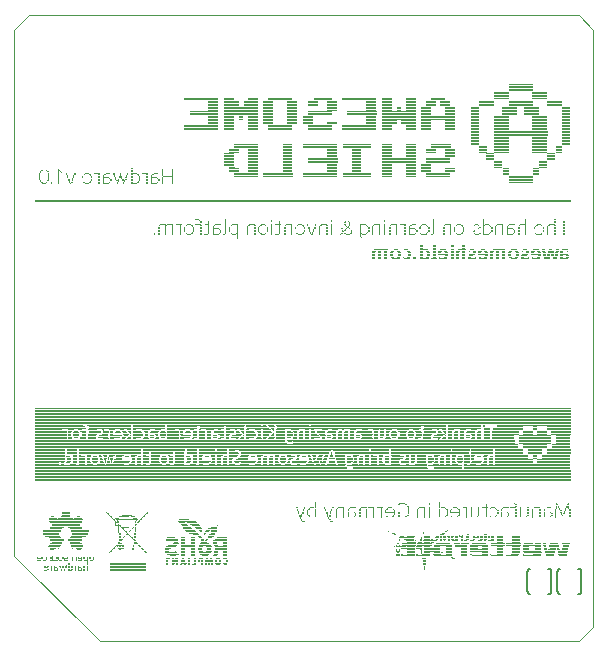
<source format=gbo>
G75*
%MOIN*%
%OFA0B0*%
%FSLAX25Y25*%
%IPPOS*%
%LPD*%
%AMOC8*
5,1,8,0,0,1.08239X$1,22.5*
%
%ADD10C,0.00004*%
%ADD11R,0.01000X0.00333*%
%ADD12R,0.00330X0.00333*%
%ADD13R,0.01330X0.00333*%
%ADD14R,0.01340X0.00333*%
%ADD15R,0.00340X0.00333*%
%ADD16R,0.11670X0.00333*%
%ADD17R,0.00340X0.00334*%
%ADD18R,0.00330X0.00334*%
%ADD19R,0.00660X0.00334*%
%ADD20R,0.01000X0.00334*%
%ADD21R,0.11670X0.00334*%
%ADD22R,0.00670X0.00333*%
%ADD23R,0.01330X0.00334*%
%ADD24R,0.01340X0.00334*%
%ADD25R,0.00670X0.00334*%
%ADD26R,0.00660X0.00333*%
%ADD27R,0.01670X0.00333*%
%ADD28R,0.02000X0.00333*%
%ADD29R,0.02670X0.00333*%
%ADD30R,0.01670X0.00334*%
%ADD31R,0.01660X0.00333*%
%ADD32R,0.01660X0.00334*%
%ADD33R,0.04000X0.00334*%
%ADD34R,0.03660X0.00334*%
%ADD35R,0.05330X0.00334*%
%ADD36R,0.02670X0.00334*%
%ADD37R,0.02660X0.00334*%
%ADD38R,0.02330X0.00334*%
%ADD39R,0.02330X0.00333*%
%ADD40R,0.04340X0.00333*%
%ADD41R,0.06000X0.00333*%
%ADD42R,0.05660X0.00333*%
%ADD43R,0.04330X0.00333*%
%ADD44R,0.04000X0.00333*%
%ADD45R,0.05670X0.00333*%
%ADD46R,0.02660X0.00333*%
%ADD47R,0.03670X0.00333*%
%ADD48R,0.03000X0.00333*%
%ADD49R,0.02340X0.00333*%
%ADD50R,0.03670X0.00334*%
%ADD51R,0.02340X0.00334*%
%ADD52R,0.02000X0.00334*%
%ADD53R,0.03000X0.00334*%
%ADD54R,0.03340X0.00333*%
%ADD55R,0.03330X0.00333*%
%ADD56R,0.05660X0.00334*%
%ADD57R,0.06000X0.00334*%
%ADD58R,0.06330X0.00334*%
%ADD59R,0.04330X0.00334*%
%ADD60R,0.04670X0.00334*%
%ADD61R,0.12000X0.00334*%
%ADD62R,0.04670X0.00333*%
%ADD63R,0.04660X0.00333*%
%ADD64R,0.05000X0.00333*%
%ADD65R,0.06330X0.00333*%
%ADD66R,0.05000X0.00334*%
%ADD67R,0.05670X0.00334*%
%ADD68R,0.10000X0.00334*%
%ADD69R,0.03660X0.00333*%
%ADD70R,0.05330X0.00333*%
%ADD71R,0.03330X0.00334*%
%ADD72R,0.10340X0.00334*%
%ADD73R,0.09660X0.00333*%
%ADD74R,0.03340X0.00334*%
%ADD75R,0.10340X0.00333*%
%ADD76R,0.11000X0.00333*%
%ADD77R,0.11660X0.00334*%
%ADD78R,0.11660X0.00333*%
%ADD79R,0.07340X0.00333*%
%ADD80R,1.78340X0.00334*%
%ADD81R,1.78340X0.00333*%
%ADD82R,1.04000X0.00333*%
%ADD83R,0.25000X0.00333*%
%ADD84R,0.09340X0.00333*%
%ADD85R,0.35340X0.00333*%
%ADD86R,1.03670X0.00333*%
%ADD87R,0.24670X0.00333*%
%ADD88R,1.03340X0.00334*%
%ADD89R,0.24340X0.00334*%
%ADD90R,0.09340X0.00334*%
%ADD91R,0.35340X0.00334*%
%ADD92R,1.03340X0.00333*%
%ADD93R,0.26340X0.00333*%
%ADD94R,0.11340X0.00333*%
%ADD95R,0.08000X0.00333*%
%ADD96R,0.08000X0.00334*%
%ADD97R,0.25000X0.00334*%
%ADD98R,0.05340X0.00333*%
%ADD99R,0.12660X0.00333*%
%ADD100R,0.09670X0.00333*%
%ADD101R,0.07330X0.00333*%
%ADD102R,0.09670X0.00334*%
%ADD103R,0.07330X0.00334*%
%ADD104R,0.12660X0.00334*%
%ADD105R,0.11000X0.00334*%
%ADD106R,0.20670X0.00333*%
%ADD107R,0.09330X0.00333*%
%ADD108R,0.29330X0.00333*%
%ADD109R,0.18330X0.00333*%
%ADD110R,0.26000X0.00333*%
%ADD111R,0.07670X0.00333*%
%ADD112R,0.20670X0.00334*%
%ADD113R,0.09330X0.00334*%
%ADD114R,0.30000X0.00334*%
%ADD115R,0.18660X0.00334*%
%ADD116R,0.26000X0.00334*%
%ADD117R,0.04660X0.00334*%
%ADD118R,0.07670X0.00334*%
%ADD119R,0.13670X0.00333*%
%ADD120R,0.30340X0.00333*%
%ADD121R,0.12000X0.00333*%
%ADD122R,0.19670X0.00333*%
%ADD123R,0.46670X0.00333*%
%ADD124R,1.61000X0.00334*%
%ADD125R,1.61000X0.00333*%
%ADD126R,0.84000X0.00333*%
%ADD127R,0.73670X0.00333*%
%ADD128R,0.10660X0.00333*%
%ADD129R,0.83670X0.00334*%
%ADD130R,0.73670X0.00334*%
%ADD131R,0.10660X0.00334*%
%ADD132R,0.83340X0.00333*%
%ADD133R,0.75670X0.00333*%
%ADD134R,0.09000X0.00333*%
%ADD135R,0.06340X0.00333*%
%ADD136R,0.09000X0.00334*%
%ADD137R,0.06340X0.00334*%
%ADD138R,0.10330X0.00334*%
%ADD139R,0.10330X0.00333*%
%ADD140R,0.17000X0.00333*%
%ADD141R,0.14330X0.00333*%
%ADD142R,0.10670X0.00333*%
%ADD143R,0.10000X0.00333*%
%ADD144R,0.08330X0.00333*%
%ADD145R,0.07660X0.00333*%
%ADD146R,0.48330X0.00333*%
%ADD147R,0.17000X0.00334*%
%ADD148R,0.14330X0.00334*%
%ADD149R,0.10670X0.00334*%
%ADD150R,0.08330X0.00334*%
%ADD151R,0.48330X0.00334*%
%ADD152R,0.07660X0.00334*%
%ADD153R,0.16670X0.00333*%
%ADD154R,0.07000X0.00333*%
%ADD155R,0.08670X0.00333*%
%ADD156R,0.15670X0.00333*%
%ADD157R,0.14660X0.00333*%
%ADD158R,0.25670X0.00333*%
%ADD159R,0.45000X0.00333*%
%ADD160R,0.24340X0.00333*%
%ADD161R,0.15670X0.00334*%
%ADD162R,0.15000X0.00334*%
%ADD163R,0.25670X0.00334*%
%ADD164R,0.15340X0.00334*%
%ADD165R,0.45000X0.00334*%
%ADD166R,0.29000X0.00334*%
%ADD167R,0.11330X0.00333*%
%ADD168R,0.11330X0.00334*%
%ADD169R,0.09660X0.00334*%
%ADD170R,0.17670X0.00334*%
%ADD171R,0.17670X0.00333*%
%ADD172R,0.11340X0.00334*%
%ADD173C,0.00800*%
D10*
X0008874Y0037220D02*
X0037220Y0008874D01*
X0197063Y0008874D01*
X0201787Y0013598D01*
X0201787Y0212811D01*
X0197063Y0217535D01*
X0013598Y0217535D01*
X0008874Y0212811D01*
X0008874Y0037220D01*
D11*
X0019337Y0032374D03*
X0019007Y0035707D03*
X0022677Y0033374D03*
X0024337Y0035707D03*
X0030677Y0033374D03*
X0034677Y0035707D03*
X0044337Y0042374D03*
X0046677Y0044374D03*
X0062007Y0034707D03*
X0063007Y0036374D03*
X0070677Y0043707D03*
X0071007Y0043374D03*
X0071677Y0042707D03*
X0071677Y0042374D03*
X0071007Y0045707D03*
X0079337Y0034374D03*
X0105337Y0048707D03*
X0114677Y0048707D03*
X0103677Y0067707D03*
X0103337Y0069374D03*
X0103677Y0070707D03*
X0107337Y0070374D03*
X0107677Y0069374D03*
X0107677Y0068707D03*
X0109007Y0069707D03*
X0109007Y0070374D03*
X0110007Y0068707D03*
X0110007Y0068374D03*
X0111007Y0069374D03*
X0111007Y0069707D03*
X0112337Y0068707D03*
X0112677Y0069707D03*
X0113007Y0070707D03*
X0114677Y0070707D03*
X0114677Y0070374D03*
X0115677Y0076707D03*
X0115677Y0077374D03*
X0117677Y0078707D03*
X0119677Y0078707D03*
X0112007Y0076707D03*
X0112007Y0076374D03*
X0108337Y0076374D03*
X0108337Y0079374D03*
X0104677Y0078707D03*
X0102677Y0078374D03*
X0102677Y0077707D03*
X0102677Y0077374D03*
X0095007Y0077374D03*
X0095007Y0079707D03*
X0092337Y0080707D03*
X0090677Y0078374D03*
X0090677Y0077707D03*
X0090677Y0077374D03*
X0092337Y0076374D03*
X0086677Y0076374D03*
X0085007Y0076707D03*
X0085007Y0078707D03*
X0083337Y0078707D03*
X0086677Y0079374D03*
X0080007Y0077374D03*
X0080007Y0076707D03*
X0080007Y0076374D03*
X0077337Y0076374D03*
X0077337Y0079374D03*
X0079337Y0070374D03*
X0081007Y0069374D03*
X0081007Y0068707D03*
X0081007Y0068374D03*
X0075337Y0068707D03*
X0075337Y0069374D03*
X0075337Y0069707D03*
X0071007Y0069707D03*
X0071007Y0069374D03*
X0071007Y0070374D03*
X0064677Y0077707D03*
X0064677Y0078374D03*
X0064677Y0078707D03*
X0056677Y0076707D03*
X0056337Y0077707D03*
X0053007Y0077707D03*
X0053007Y0077374D03*
X0053007Y0078374D03*
X0049007Y0079374D03*
X0047337Y0078707D03*
X0047337Y0076707D03*
X0049007Y0076374D03*
X0045337Y0076374D03*
X0041337Y0077707D03*
X0041337Y0078374D03*
X0041337Y0078707D03*
X0039337Y0070374D03*
X0039337Y0069707D03*
X0038007Y0069374D03*
X0038007Y0068707D03*
X0037677Y0070374D03*
X0040337Y0068707D03*
X0040337Y0068374D03*
X0041337Y0069374D03*
X0041337Y0069707D03*
X0048677Y0069707D03*
X0048677Y0069374D03*
X0048677Y0068707D03*
X0050677Y0070374D03*
X0052337Y0070707D03*
X0052337Y0067707D03*
X0033677Y0068707D03*
X0033677Y0069374D03*
X0033677Y0069707D03*
X0025007Y0068374D03*
X0025007Y0067707D03*
X0027337Y0077374D03*
X0027337Y0077707D03*
X0027337Y0078374D03*
X0030337Y0050374D03*
X0021677Y0050374D03*
X0090677Y0068707D03*
X0090677Y0069374D03*
X0090677Y0069707D03*
X0092677Y0070374D03*
X0094677Y0070374D03*
X0096337Y0069707D03*
X0096337Y0069374D03*
X0096337Y0068707D03*
X0100337Y0068374D03*
X0100677Y0069374D03*
X0122677Y0069374D03*
X0122677Y0069707D03*
X0122677Y0068707D03*
X0124677Y0070374D03*
X0131007Y0069707D03*
X0131007Y0069374D03*
X0131007Y0068707D03*
X0131337Y0076707D03*
X0133337Y0077374D03*
X0133337Y0077707D03*
X0133337Y0078374D03*
X0140007Y0070707D03*
X0140007Y0070374D03*
X0140007Y0069707D03*
X0140007Y0067707D03*
X0141677Y0068374D03*
X0143007Y0076374D03*
X0150677Y0078707D03*
X0152337Y0078707D03*
X0152337Y0076707D03*
X0156337Y0078707D03*
X0162007Y0077374D03*
X0162007Y0076707D03*
X0164007Y0078707D03*
X0161677Y0070374D03*
X0161677Y0069707D03*
X0161677Y0069374D03*
X0159337Y0067707D03*
X0155337Y0068707D03*
X0155337Y0069374D03*
X0155337Y0069707D03*
X0151677Y0070374D03*
X0149677Y0069707D03*
X0149677Y0069374D03*
X0149677Y0068707D03*
X0166007Y0068707D03*
X0166007Y0069374D03*
X0166007Y0069707D03*
X0168007Y0070374D03*
X0166007Y0044374D03*
X0166007Y0043707D03*
X0166007Y0043374D03*
X0166007Y0042707D03*
X0164677Y0042707D03*
X0164677Y0043374D03*
X0164677Y0043707D03*
X0168337Y0043707D03*
X0168337Y0043374D03*
X0168337Y0042707D03*
X0160007Y0042707D03*
X0160007Y0043374D03*
X0160007Y0043707D03*
X0159337Y0042374D03*
X0156337Y0042707D03*
X0156337Y0043374D03*
X0156337Y0043707D03*
X0155007Y0043707D03*
X0155007Y0042707D03*
X0153677Y0043707D03*
X0152337Y0043707D03*
X0152337Y0043374D03*
X0152337Y0042707D03*
X0152007Y0044707D03*
X0150007Y0043707D03*
X0148337Y0041707D03*
X0145677Y0035707D03*
X0145677Y0035374D03*
X0145677Y0034707D03*
X0145677Y0034374D03*
X0155337Y0036374D03*
X0135337Y0044707D03*
X0185677Y0041374D03*
X0185677Y0040707D03*
X0186007Y0039707D03*
X0186007Y0039374D03*
X0190337Y0039374D03*
X0191337Y0136707D03*
X0191337Y0137374D03*
X0191337Y0138374D03*
X0191337Y0138707D03*
X0190007Y0138707D03*
X0189677Y0138374D03*
X0189677Y0137707D03*
X0189677Y0137374D03*
X0188337Y0137374D03*
X0188337Y0137707D03*
X0187007Y0137707D03*
X0187007Y0137374D03*
X0185677Y0137374D03*
X0185677Y0137707D03*
X0185677Y0138374D03*
X0185337Y0138707D03*
X0185337Y0139374D03*
X0184007Y0138374D03*
X0183677Y0138707D03*
X0184007Y0137374D03*
X0183677Y0136707D03*
X0181677Y0138374D03*
X0180007Y0138374D03*
X0180007Y0138707D03*
X0178337Y0136707D03*
X0176677Y0137374D03*
X0176677Y0137707D03*
X0176677Y0138374D03*
X0176337Y0138707D03*
X0174337Y0138707D03*
X0174007Y0138374D03*
X0174007Y0137707D03*
X0174007Y0137374D03*
X0174337Y0136707D03*
X0176337Y0136707D03*
X0172007Y0136707D03*
X0172007Y0136374D03*
X0172007Y0137374D03*
X0172007Y0137707D03*
X0172007Y0138374D03*
X0172007Y0138707D03*
X0170007Y0138707D03*
X0170007Y0138374D03*
X0170007Y0137707D03*
X0170007Y0137374D03*
X0170007Y0136707D03*
X0170007Y0136374D03*
X0168007Y0136374D03*
X0168007Y0136707D03*
X0168007Y0137374D03*
X0168007Y0137707D03*
X0168007Y0138374D03*
X0166337Y0138374D03*
X0166007Y0138707D03*
X0166337Y0137374D03*
X0166007Y0136707D03*
X0164007Y0138374D03*
X0162337Y0138374D03*
X0162337Y0138707D03*
X0160677Y0136707D03*
X0158677Y0136707D03*
X0158677Y0136374D03*
X0158677Y0137374D03*
X0158677Y0137707D03*
X0158677Y0138374D03*
X0158677Y0138707D03*
X0158677Y0139707D03*
X0158677Y0140374D03*
X0158677Y0140707D03*
X0156677Y0138374D03*
X0156677Y0137707D03*
X0156677Y0137374D03*
X0156677Y0136707D03*
X0156677Y0136374D03*
X0155007Y0136374D03*
X0155007Y0136707D03*
X0155007Y0137374D03*
X0155007Y0137707D03*
X0155007Y0138374D03*
X0155007Y0138707D03*
X0155007Y0139374D03*
X0155007Y0140374D03*
X0155007Y0140707D03*
X0152677Y0138707D03*
X0153007Y0138374D03*
X0153007Y0137374D03*
X0152677Y0136707D03*
X0150677Y0138374D03*
X0149007Y0138374D03*
X0149007Y0138707D03*
X0149007Y0139374D03*
X0149007Y0139707D03*
X0149007Y0140374D03*
X0149007Y0140707D03*
X0146677Y0138707D03*
X0147007Y0138374D03*
X0147007Y0137707D03*
X0147007Y0137374D03*
X0146677Y0136707D03*
X0144677Y0136707D03*
X0144677Y0137374D03*
X0144677Y0137707D03*
X0144677Y0138374D03*
X0144677Y0138707D03*
X0144677Y0139707D03*
X0144677Y0140374D03*
X0144677Y0140707D03*
X0140677Y0138374D03*
X0140337Y0138707D03*
X0140677Y0137707D03*
X0140677Y0137374D03*
X0140337Y0136707D03*
X0142337Y0136707D03*
X0142337Y0136374D03*
X0137337Y0137374D03*
X0137337Y0137707D03*
X0137337Y0138374D03*
X0137007Y0138707D03*
X0135007Y0138707D03*
X0134677Y0138374D03*
X0134677Y0137707D03*
X0134677Y0137374D03*
X0135007Y0136707D03*
X0137007Y0136707D03*
X0132677Y0136707D03*
X0132677Y0136374D03*
X0132677Y0137374D03*
X0132677Y0137707D03*
X0132677Y0138374D03*
X0132677Y0138707D03*
X0130677Y0138707D03*
X0130677Y0138374D03*
X0130677Y0137707D03*
X0130677Y0137374D03*
X0130677Y0136707D03*
X0130677Y0136374D03*
X0128677Y0136374D03*
X0128677Y0136707D03*
X0128677Y0137374D03*
X0128677Y0137707D03*
X0128677Y0138374D03*
X0149007Y0137707D03*
X0149007Y0137374D03*
X0149007Y0136707D03*
X0163007Y0147707D03*
X0187677Y0139374D03*
X0190007Y0139374D03*
X0193337Y0137374D03*
X0193337Y0136707D03*
D12*
X0193342Y0138707D03*
X0186672Y0144374D03*
X0186672Y0144707D03*
X0186672Y0145374D03*
X0186672Y0145707D03*
X0186672Y0146374D03*
X0186672Y0146707D03*
X0185342Y0146707D03*
X0185342Y0146374D03*
X0185342Y0145707D03*
X0185342Y0145374D03*
X0184672Y0144707D03*
X0182672Y0144707D03*
X0182342Y0146374D03*
X0182342Y0146707D03*
X0184672Y0147374D03*
X0179342Y0147374D03*
X0179342Y0146707D03*
X0179342Y0146374D03*
X0179342Y0145707D03*
X0179342Y0145374D03*
X0179342Y0144707D03*
X0179342Y0144374D03*
X0177342Y0147374D03*
X0179342Y0148374D03*
X0179342Y0148707D03*
X0179342Y0149374D03*
X0175672Y0145707D03*
X0175672Y0145374D03*
X0175342Y0144707D03*
X0173342Y0144707D03*
X0173342Y0145374D03*
X0173342Y0145707D03*
X0173342Y0146707D03*
X0173672Y0147374D03*
X0171672Y0147374D03*
X0171672Y0146707D03*
X0171672Y0146374D03*
X0171672Y0145707D03*
X0171672Y0145374D03*
X0171672Y0144707D03*
X0171672Y0144374D03*
X0169342Y0144374D03*
X0169342Y0144707D03*
X0169342Y0145374D03*
X0169342Y0145707D03*
X0169342Y0146374D03*
X0169342Y0146707D03*
X0169672Y0147374D03*
X0167342Y0147374D03*
X0165342Y0147707D03*
X0165342Y0148374D03*
X0165342Y0148707D03*
X0165342Y0149374D03*
X0163672Y0147374D03*
X0163672Y0146374D03*
X0162342Y0145707D03*
X0162342Y0144707D03*
X0165342Y0144707D03*
X0165342Y0145374D03*
X0165342Y0145707D03*
X0165342Y0146374D03*
X0165342Y0146707D03*
X0167342Y0144707D03*
X0162342Y0147374D03*
X0158672Y0146707D03*
X0158672Y0146374D03*
X0158672Y0145707D03*
X0158672Y0145374D03*
X0156342Y0144707D03*
X0155672Y0145374D03*
X0155672Y0145707D03*
X0155672Y0146374D03*
X0155672Y0146707D03*
X0156342Y0147374D03*
X0154342Y0147374D03*
X0154342Y0146707D03*
X0154342Y0146374D03*
X0154342Y0145707D03*
X0154342Y0145374D03*
X0154342Y0144707D03*
X0154342Y0144374D03*
X0152342Y0147374D03*
X0148672Y0147374D03*
X0148672Y0147707D03*
X0148672Y0148374D03*
X0148672Y0148707D03*
X0148672Y0149374D03*
X0148672Y0146707D03*
X0148672Y0146374D03*
X0148672Y0145707D03*
X0148672Y0145374D03*
X0148672Y0144707D03*
X0146342Y0144707D03*
X0144342Y0144707D03*
X0142672Y0144707D03*
X0140672Y0144707D03*
X0140672Y0145374D03*
X0140672Y0145707D03*
X0140672Y0146707D03*
X0144672Y0147374D03*
X0146342Y0147374D03*
X0136342Y0147374D03*
X0136342Y0146707D03*
X0136342Y0146374D03*
X0136342Y0145707D03*
X0136342Y0145374D03*
X0136342Y0144707D03*
X0136342Y0144374D03*
X0134342Y0147374D03*
X0132342Y0147374D03*
X0132342Y0147707D03*
X0132342Y0146707D03*
X0132342Y0146374D03*
X0132342Y0145707D03*
X0132342Y0145374D03*
X0132342Y0144707D03*
X0132342Y0144374D03*
X0130672Y0144374D03*
X0130672Y0144707D03*
X0130672Y0145374D03*
X0130672Y0145707D03*
X0130672Y0146374D03*
X0130672Y0146707D03*
X0130672Y0147374D03*
X0128672Y0147374D03*
X0128342Y0146707D03*
X0128342Y0146374D03*
X0128342Y0145707D03*
X0128342Y0145374D03*
X0128342Y0144707D03*
X0128342Y0144374D03*
X0126342Y0144707D03*
X0124342Y0144374D03*
X0124342Y0143707D03*
X0124672Y0143374D03*
X0124342Y0145374D03*
X0124342Y0145707D03*
X0124342Y0146374D03*
X0124342Y0146707D03*
X0124342Y0147374D03*
X0126342Y0147374D03*
X0121342Y0145707D03*
X0121342Y0145374D03*
X0120672Y0146374D03*
X0119672Y0146374D03*
X0119342Y0147374D03*
X0120672Y0147374D03*
X0120672Y0147707D03*
X0120672Y0148374D03*
X0120342Y0148707D03*
X0119342Y0148707D03*
X0118342Y0145707D03*
X0117672Y0144374D03*
X0114672Y0144374D03*
X0114672Y0144707D03*
X0114672Y0145374D03*
X0114672Y0145707D03*
X0114672Y0146374D03*
X0114672Y0146707D03*
X0114672Y0147374D03*
X0114672Y0147707D03*
X0114672Y0148707D03*
X0110672Y0146707D03*
X0110672Y0146374D03*
X0110672Y0145707D03*
X0110672Y0145374D03*
X0110672Y0144707D03*
X0110672Y0144374D03*
X0108672Y0145374D03*
X0108672Y0145707D03*
X0108342Y0144707D03*
X0107672Y0144707D03*
X0107342Y0145374D03*
X0107342Y0145707D03*
X0105672Y0145707D03*
X0105672Y0145374D03*
X0105672Y0146374D03*
X0105672Y0146707D03*
X0106672Y0147374D03*
X0106672Y0147707D03*
X0109342Y0147707D03*
X0109342Y0147374D03*
X0103342Y0147374D03*
X0102672Y0146707D03*
X0102672Y0146374D03*
X0101342Y0146374D03*
X0101342Y0146707D03*
X0101342Y0147374D03*
X0101342Y0145707D03*
X0101342Y0145374D03*
X0101342Y0144707D03*
X0101342Y0144374D03*
X0099342Y0147374D03*
X0097342Y0147374D03*
X0097342Y0146707D03*
X0097342Y0146374D03*
X0097342Y0145707D03*
X0097342Y0145374D03*
X0097342Y0144707D03*
X0094672Y0144707D03*
X0094672Y0144374D03*
X0094672Y0145374D03*
X0094672Y0145707D03*
X0094672Y0146374D03*
X0094672Y0146707D03*
X0094672Y0147374D03*
X0094672Y0147707D03*
X0094672Y0148707D03*
X0093342Y0146707D03*
X0093342Y0146374D03*
X0093342Y0145707D03*
X0093342Y0145374D03*
X0092672Y0144707D03*
X0090342Y0145374D03*
X0090342Y0145707D03*
X0090342Y0146374D03*
X0090342Y0146707D03*
X0092672Y0147374D03*
X0086672Y0146707D03*
X0086672Y0146374D03*
X0086672Y0145707D03*
X0086672Y0145374D03*
X0086672Y0144707D03*
X0086672Y0144374D03*
X0083342Y0144374D03*
X0083342Y0143707D03*
X0083342Y0143374D03*
X0083342Y0145374D03*
X0083342Y0145707D03*
X0083342Y0146374D03*
X0083342Y0146707D03*
X0083342Y0147374D03*
X0081342Y0147374D03*
X0080672Y0146707D03*
X0080672Y0146374D03*
X0080672Y0145707D03*
X0080672Y0145374D03*
X0081342Y0144707D03*
X0079342Y0144707D03*
X0079342Y0145374D03*
X0079342Y0145707D03*
X0079342Y0146374D03*
X0079342Y0146707D03*
X0079342Y0147374D03*
X0079342Y0147707D03*
X0079342Y0148374D03*
X0079342Y0148707D03*
X0079342Y0149374D03*
X0077672Y0145707D03*
X0077672Y0145374D03*
X0077342Y0144707D03*
X0075342Y0144707D03*
X0075342Y0145374D03*
X0075342Y0145707D03*
X0075342Y0146707D03*
X0075672Y0147374D03*
X0073672Y0147374D03*
X0073672Y0146707D03*
X0073672Y0146374D03*
X0073672Y0145707D03*
X0073672Y0145374D03*
X0073672Y0144707D03*
X0073672Y0148374D03*
X0073672Y0148707D03*
X0068672Y0146707D03*
X0068672Y0146374D03*
X0068672Y0145707D03*
X0068672Y0145374D03*
X0066342Y0144707D03*
X0065672Y0145374D03*
X0065672Y0145707D03*
X0065672Y0146374D03*
X0065672Y0146707D03*
X0066342Y0147374D03*
X0064342Y0147374D03*
X0064342Y0146707D03*
X0064342Y0146374D03*
X0064342Y0145707D03*
X0064342Y0145374D03*
X0064342Y0144707D03*
X0064342Y0144374D03*
X0061672Y0144374D03*
X0061672Y0144707D03*
X0061672Y0145374D03*
X0061672Y0145707D03*
X0061672Y0146374D03*
X0061672Y0146707D03*
X0061672Y0147374D03*
X0059342Y0146707D03*
X0059342Y0146374D03*
X0059342Y0145707D03*
X0059342Y0145374D03*
X0059342Y0144707D03*
X0059342Y0144374D03*
X0057342Y0147374D03*
X0055672Y0144707D03*
X0055672Y0144374D03*
X0058342Y0161374D03*
X0058342Y0161707D03*
X0058342Y0162374D03*
X0058342Y0162707D03*
X0058342Y0163374D03*
X0058342Y0164374D03*
X0058342Y0164707D03*
X0058342Y0165374D03*
X0058342Y0165707D03*
X0061672Y0165707D03*
X0061672Y0165374D03*
X0061672Y0164707D03*
X0061672Y0164374D03*
X0061672Y0163374D03*
X0061672Y0162707D03*
X0061672Y0162374D03*
X0061672Y0161707D03*
X0061672Y0161374D03*
X0056672Y0161707D03*
X0054672Y0161707D03*
X0054672Y0162374D03*
X0054672Y0162707D03*
X0054672Y0163707D03*
X0050672Y0163707D03*
X0050672Y0163374D03*
X0050672Y0162707D03*
X0050672Y0162374D03*
X0046672Y0164374D03*
X0046672Y0164707D03*
X0046342Y0163707D03*
X0045672Y0162374D03*
X0045342Y0161707D03*
X0045342Y0161374D03*
X0043672Y0162374D03*
X0043672Y0162707D03*
X0042672Y0162707D03*
X0042672Y0163374D03*
X0042342Y0163707D03*
X0044342Y0164374D03*
X0044342Y0164707D03*
X0044672Y0163707D03*
X0044672Y0163374D03*
X0043342Y0161707D03*
X0043342Y0161374D03*
X0040672Y0161707D03*
X0038672Y0161707D03*
X0038672Y0162374D03*
X0038672Y0162707D03*
X0038672Y0163707D03*
X0034672Y0163707D03*
X0034672Y0163374D03*
X0034672Y0162707D03*
X0034672Y0162374D03*
X0032342Y0164374D03*
X0031672Y0163707D03*
X0031672Y0163374D03*
X0028672Y0163374D03*
X0028672Y0163707D03*
X0028342Y0162707D03*
X0028342Y0162374D03*
X0027342Y0161707D03*
X0027672Y0161374D03*
X0026672Y0163374D03*
X0026672Y0163707D03*
X0026342Y0164374D03*
X0026342Y0164707D03*
X0024342Y0165374D03*
X0023672Y0165374D03*
X0023672Y0164707D03*
X0023672Y0164374D03*
X0023672Y0163707D03*
X0023672Y0163374D03*
X0023672Y0162707D03*
X0023672Y0162374D03*
X0023672Y0161707D03*
X0023672Y0161374D03*
X0021342Y0161374D03*
X0021342Y0161707D03*
X0020342Y0162707D03*
X0020342Y0163374D03*
X0020342Y0163707D03*
X0020342Y0164374D03*
X0020342Y0164707D03*
X0019672Y0165707D03*
X0017672Y0165374D03*
X0017342Y0164707D03*
X0017342Y0164374D03*
X0017342Y0163707D03*
X0017342Y0163374D03*
X0017342Y0162707D03*
X0017672Y0162374D03*
X0019672Y0161707D03*
X0097342Y0148707D03*
X0097342Y0148374D03*
X0132342Y0148707D03*
X0138672Y0136707D03*
X0150672Y0136707D03*
X0160672Y0138707D03*
X0162672Y0136707D03*
X0178342Y0138707D03*
X0180342Y0136707D03*
X0181672Y0136707D03*
X0152672Y0077374D03*
X0150672Y0054707D03*
X0150672Y0054374D03*
X0150672Y0053707D03*
X0150672Y0053374D03*
X0150672Y0052707D03*
X0150672Y0052374D03*
X0150672Y0051707D03*
X0150672Y0051374D03*
X0150672Y0050707D03*
X0150672Y0050374D03*
X0152672Y0050374D03*
X0153342Y0051374D03*
X0153342Y0051707D03*
X0153342Y0052374D03*
X0154342Y0052374D03*
X0154672Y0052707D03*
X0154672Y0050374D03*
X0156672Y0050374D03*
X0157342Y0051374D03*
X0157342Y0052374D03*
X0159672Y0052374D03*
X0159672Y0052707D03*
X0159672Y0051707D03*
X0159672Y0051374D03*
X0159672Y0050707D03*
X0159672Y0050374D03*
X0161342Y0050374D03*
X0161342Y0050707D03*
X0161342Y0051374D03*
X0161342Y0051707D03*
X0161342Y0052374D03*
X0161342Y0052707D03*
X0161342Y0053374D03*
X0163672Y0053374D03*
X0163672Y0052707D03*
X0163672Y0052374D03*
X0163672Y0051707D03*
X0163672Y0051374D03*
X0163672Y0050707D03*
X0163342Y0050374D03*
X0166342Y0050374D03*
X0166342Y0050707D03*
X0166342Y0051374D03*
X0166342Y0051707D03*
X0166342Y0052374D03*
X0166342Y0052707D03*
X0166342Y0053707D03*
X0166342Y0054374D03*
X0169672Y0052707D03*
X0171342Y0052707D03*
X0171342Y0052374D03*
X0171342Y0051707D03*
X0171342Y0051374D03*
X0171342Y0050707D03*
X0171342Y0050374D03*
X0169672Y0050707D03*
X0169342Y0050374D03*
X0167672Y0050374D03*
X0173342Y0050374D03*
X0173672Y0050707D03*
X0173672Y0051374D03*
X0173342Y0051707D03*
X0175672Y0054707D03*
X0177672Y0053374D03*
X0177672Y0052707D03*
X0177672Y0052374D03*
X0177672Y0051707D03*
X0177672Y0051374D03*
X0177672Y0050707D03*
X0177672Y0050374D03*
X0179672Y0050374D03*
X0181672Y0050374D03*
X0181672Y0050707D03*
X0181672Y0051374D03*
X0181672Y0051707D03*
X0181672Y0052374D03*
X0181672Y0052707D03*
X0185672Y0052707D03*
X0185672Y0052374D03*
X0185672Y0051707D03*
X0185672Y0051374D03*
X0185672Y0050707D03*
X0185672Y0050374D03*
X0187672Y0050374D03*
X0187672Y0051707D03*
X0189342Y0051707D03*
X0189342Y0051374D03*
X0189342Y0050707D03*
X0189342Y0050374D03*
X0189342Y0052374D03*
X0189342Y0052707D03*
X0189672Y0053374D03*
X0189672Y0053707D03*
X0190342Y0053707D03*
X0190342Y0053374D03*
X0190672Y0052707D03*
X0191342Y0051374D03*
X0191672Y0050707D03*
X0192342Y0051707D03*
X0192672Y0052374D03*
X0192672Y0052707D03*
X0193672Y0053374D03*
X0193672Y0053707D03*
X0193672Y0054707D03*
X0189672Y0054707D03*
X0178672Y0037707D03*
X0167672Y0037707D03*
X0152342Y0042374D03*
X0153342Y0045707D03*
X0147342Y0050374D03*
X0147342Y0050707D03*
X0147342Y0051374D03*
X0147342Y0051707D03*
X0147342Y0052374D03*
X0147342Y0052707D03*
X0147342Y0053374D03*
X0147342Y0054374D03*
X0147342Y0054707D03*
X0145672Y0052707D03*
X0145672Y0052374D03*
X0145672Y0051707D03*
X0145672Y0051374D03*
X0145672Y0050707D03*
X0145672Y0050374D03*
X0143342Y0050374D03*
X0143342Y0050707D03*
X0143342Y0051374D03*
X0143342Y0051707D03*
X0143342Y0052374D03*
X0143342Y0052707D03*
X0140342Y0052707D03*
X0140342Y0052374D03*
X0140342Y0051707D03*
X0140342Y0051374D03*
X0140342Y0053374D03*
X0135672Y0052374D03*
X0135342Y0052707D03*
X0135672Y0051374D03*
X0135342Y0050707D03*
X0132672Y0052374D03*
X0131342Y0052374D03*
X0131342Y0052707D03*
X0131342Y0051707D03*
X0131342Y0051374D03*
X0131342Y0050707D03*
X0131342Y0050374D03*
X0128672Y0050374D03*
X0128672Y0050707D03*
X0128672Y0051374D03*
X0128672Y0051707D03*
X0128672Y0052374D03*
X0128672Y0052707D03*
X0126342Y0052707D03*
X0126342Y0052374D03*
X0126342Y0051707D03*
X0126342Y0051374D03*
X0126342Y0050707D03*
X0126342Y0050374D03*
X0122672Y0050707D03*
X0122342Y0050374D03*
X0122672Y0051374D03*
X0122342Y0051707D03*
X0120342Y0051707D03*
X0120342Y0051374D03*
X0120342Y0050707D03*
X0120342Y0050374D03*
X0118672Y0050374D03*
X0118672Y0050707D03*
X0118672Y0051374D03*
X0118672Y0051707D03*
X0118672Y0052374D03*
X0118672Y0052707D03*
X0120342Y0052707D03*
X0120342Y0052374D03*
X0116342Y0052374D03*
X0116342Y0052707D03*
X0116342Y0051707D03*
X0116342Y0051374D03*
X0116342Y0050707D03*
X0116342Y0050374D03*
X0114342Y0051374D03*
X0114342Y0051707D03*
X0114672Y0052374D03*
X0114672Y0052707D03*
X0112672Y0052707D03*
X0112672Y0052374D03*
X0112342Y0053374D03*
X0113342Y0050707D03*
X0113342Y0050374D03*
X0113672Y0049707D03*
X0109342Y0050374D03*
X0109342Y0050707D03*
X0109342Y0051374D03*
X0109342Y0051707D03*
X0109342Y0052374D03*
X0109342Y0052707D03*
X0109342Y0053374D03*
X0109342Y0053707D03*
X0109342Y0054374D03*
X0109342Y0054707D03*
X0106672Y0052374D03*
X0106672Y0051707D03*
X0106672Y0051374D03*
X0107342Y0050374D03*
X0104672Y0050374D03*
X0104672Y0050707D03*
X0104342Y0049707D03*
X0104672Y0049374D03*
X0103672Y0051374D03*
X0103672Y0051707D03*
X0103342Y0052374D03*
X0103342Y0052707D03*
X0105342Y0052707D03*
X0105342Y0052374D03*
X0105672Y0053374D03*
X0114672Y0071374D03*
X0114672Y0071707D03*
X0133672Y0045374D03*
X0137342Y0042707D03*
X0137342Y0042374D03*
X0137342Y0040707D03*
X0136342Y0040707D03*
X0135672Y0040374D03*
X0136342Y0039374D03*
X0137342Y0039374D03*
X0142672Y0041707D03*
X0142672Y0042374D03*
X0144672Y0043374D03*
X0145342Y0044707D03*
X0144672Y0038707D03*
X0144672Y0038374D03*
X0145672Y0033707D03*
X0145672Y0033374D03*
X0145672Y0032707D03*
X0085342Y0077374D03*
X0076672Y0047374D03*
X0072342Y0044374D03*
X0062672Y0038707D03*
X0051342Y0049707D03*
X0052342Y0050707D03*
X0053342Y0051707D03*
X0049342Y0048707D03*
X0049342Y0048374D03*
X0049342Y0047374D03*
X0049342Y0046707D03*
X0049342Y0046374D03*
X0049342Y0045707D03*
X0049342Y0045374D03*
X0048342Y0046374D03*
X0048672Y0046707D03*
X0047672Y0045707D03*
X0047342Y0045374D03*
X0046672Y0044707D03*
X0045672Y0043707D03*
X0045342Y0043374D03*
X0047672Y0043707D03*
X0045672Y0045707D03*
X0043672Y0045707D03*
X0043672Y0045374D03*
X0043672Y0046374D03*
X0043672Y0046707D03*
X0043672Y0047707D03*
X0042672Y0047707D03*
X0042672Y0048707D03*
X0041672Y0049707D03*
X0040672Y0050707D03*
X0039672Y0051707D03*
X0042672Y0040374D03*
X0043342Y0040374D03*
X0041672Y0039374D03*
X0040672Y0038374D03*
X0035342Y0036707D03*
X0035342Y0036374D03*
X0033342Y0036374D03*
X0033342Y0036707D03*
X0033342Y0035374D03*
X0033342Y0034707D03*
X0033342Y0034374D03*
X0033342Y0033707D03*
X0033342Y0033374D03*
X0033342Y0032707D03*
X0033342Y0032374D03*
X0031342Y0032707D03*
X0030342Y0032707D03*
X0029342Y0032707D03*
X0029342Y0032374D03*
X0029342Y0033374D03*
X0029342Y0033707D03*
X0030342Y0033707D03*
X0029672Y0035707D03*
X0029672Y0036374D03*
X0029672Y0036707D03*
X0030342Y0036707D03*
X0031342Y0036707D03*
X0028342Y0036707D03*
X0028342Y0036374D03*
X0028342Y0035707D03*
X0026672Y0036707D03*
X0023672Y0036707D03*
X0023672Y0036374D03*
X0021672Y0036374D03*
X0021672Y0036707D03*
X0019672Y0036707D03*
X0019672Y0036374D03*
X0016672Y0036707D03*
X0021342Y0033707D03*
X0021342Y0033374D03*
X0021342Y0032707D03*
X0021342Y0032374D03*
X0022342Y0032707D03*
X0022342Y0033707D03*
X0023342Y0032707D03*
X0024342Y0033374D03*
X0024672Y0032707D03*
X0024672Y0032374D03*
X0025672Y0032374D03*
X0025672Y0032707D03*
X0023672Y0039707D03*
X0028342Y0039707D03*
X0048672Y0040374D03*
X0048672Y0040707D03*
X0049672Y0041707D03*
X0041342Y0068374D03*
X0041342Y0068707D03*
X0040342Y0069374D03*
X0040342Y0069707D03*
X0039342Y0068707D03*
X0039342Y0068374D03*
X0047672Y0077374D03*
D13*
X0047172Y0076374D03*
X0045842Y0078374D03*
X0044842Y0079374D03*
X0047172Y0079374D03*
X0052842Y0078707D03*
X0052842Y0076707D03*
X0054842Y0076707D03*
X0054842Y0077374D03*
X0058842Y0070374D03*
X0058842Y0068374D03*
X0060172Y0067707D03*
X0061172Y0068707D03*
X0061172Y0069374D03*
X0061172Y0069707D03*
X0066842Y0070374D03*
X0066842Y0068374D03*
X0069172Y0068707D03*
X0069172Y0069374D03*
X0069172Y0069707D03*
X0071172Y0070707D03*
X0073172Y0070374D03*
X0075172Y0070374D03*
X0075172Y0070707D03*
X0077172Y0070374D03*
X0077172Y0069707D03*
X0077172Y0069374D03*
X0077172Y0068707D03*
X0077172Y0068374D03*
X0077172Y0067707D03*
X0079172Y0067707D03*
X0079172Y0068374D03*
X0079172Y0068707D03*
X0079172Y0069374D03*
X0079172Y0069707D03*
X0081172Y0069707D03*
X0083172Y0068374D03*
X0084842Y0076374D03*
X0084842Y0079374D03*
X0080172Y0079374D03*
X0080172Y0077707D03*
X0075842Y0077374D03*
X0075842Y0076707D03*
X0073842Y0076707D03*
X0073842Y0076374D03*
X0073842Y0077374D03*
X0073842Y0077707D03*
X0073842Y0078374D03*
X0073842Y0078707D03*
X0069172Y0078374D03*
X0069172Y0077707D03*
X0069172Y0077374D03*
X0068172Y0079374D03*
X0066842Y0078707D03*
X0064842Y0076374D03*
X0075172Y0068374D03*
X0073172Y0045374D03*
X0075842Y0041707D03*
X0075842Y0041374D03*
X0076172Y0040707D03*
X0076172Y0038707D03*
X0075842Y0037374D03*
X0076842Y0036374D03*
X0076842Y0034374D03*
X0079172Y0034707D03*
X0079172Y0036374D03*
X0079172Y0037374D03*
X0079172Y0037707D03*
X0079172Y0038374D03*
X0079172Y0038707D03*
X0079172Y0040707D03*
X0079172Y0041374D03*
X0079172Y0041707D03*
X0073842Y0039707D03*
X0073842Y0039374D03*
X0070842Y0039374D03*
X0070842Y0039707D03*
X0071172Y0036374D03*
X0068842Y0034374D03*
X0065172Y0035374D03*
X0065172Y0035707D03*
X0065172Y0037374D03*
X0065172Y0037707D03*
X0065172Y0038374D03*
X0065172Y0038707D03*
X0065172Y0039374D03*
X0065172Y0039707D03*
X0065172Y0041374D03*
X0065172Y0041707D03*
X0065172Y0042374D03*
X0065172Y0042707D03*
X0065172Y0043374D03*
X0062842Y0041707D03*
X0059842Y0039374D03*
X0059842Y0038707D03*
X0044172Y0041374D03*
X0043172Y0048374D03*
X0043172Y0049707D03*
X0032842Y0035707D03*
X0030842Y0035707D03*
X0030842Y0036374D03*
X0030842Y0032374D03*
X0026172Y0035707D03*
X0026172Y0036374D03*
X0022842Y0032374D03*
X0017172Y0035707D03*
X0026842Y0068374D03*
X0026842Y0070374D03*
X0029172Y0069707D03*
X0029172Y0069374D03*
X0029172Y0068707D03*
X0033842Y0068374D03*
X0033842Y0070374D03*
X0033842Y0070707D03*
X0035842Y0070374D03*
X0035842Y0068374D03*
X0039172Y0070707D03*
X0041172Y0070374D03*
X0030842Y0079374D03*
X0067172Y0144374D03*
X0067172Y0147707D03*
X0069842Y0149374D03*
X0072842Y0144374D03*
X0082172Y0144374D03*
X0091842Y0144374D03*
X0091842Y0147707D03*
X0104172Y0147707D03*
X0120172Y0144374D03*
X0128842Y0138707D03*
X0150842Y0138707D03*
X0156842Y0138707D03*
X0157172Y0144374D03*
X0157172Y0147707D03*
X0163172Y0144374D03*
X0164172Y0138707D03*
X0168172Y0138707D03*
X0179172Y0139374D03*
X0181842Y0138707D03*
X0183842Y0147707D03*
X0137172Y0185707D03*
X0137172Y0186374D03*
X0137172Y0186707D03*
X0049172Y0164707D03*
X0033172Y0164707D03*
X0018842Y0161374D03*
X0100842Y0075374D03*
X0108842Y0070707D03*
X0110842Y0070374D03*
X0112842Y0070374D03*
X0112172Y0068374D03*
X0111842Y0067707D03*
X0113842Y0076707D03*
X0113842Y0077374D03*
X0131172Y0070707D03*
X0131172Y0070374D03*
X0131172Y0068374D03*
X0133172Y0068374D03*
X0133172Y0070374D03*
X0139842Y0069374D03*
X0141842Y0069374D03*
X0141842Y0069707D03*
X0141842Y0070374D03*
X0141842Y0070707D03*
X0141842Y0068707D03*
X0141172Y0076707D03*
X0141172Y0078707D03*
X0150842Y0078374D03*
X0152172Y0079374D03*
X0154172Y0078707D03*
X0154172Y0078374D03*
X0154172Y0077707D03*
X0154172Y0077374D03*
X0154172Y0076707D03*
X0154172Y0076374D03*
X0152172Y0076374D03*
X0156172Y0076374D03*
X0156172Y0076707D03*
X0156172Y0077374D03*
X0156172Y0077707D03*
X0156172Y0078374D03*
X0158172Y0078374D03*
X0158172Y0078707D03*
X0158172Y0077707D03*
X0158172Y0077374D03*
X0158172Y0076707D03*
X0158172Y0076374D03*
X0160172Y0076707D03*
X0160172Y0077374D03*
X0161842Y0077707D03*
X0161842Y0076374D03*
X0163842Y0076374D03*
X0163842Y0076707D03*
X0163842Y0077374D03*
X0163842Y0077707D03*
X0163842Y0078374D03*
X0161842Y0070707D03*
X0163842Y0070374D03*
X0165842Y0070374D03*
X0165842Y0068374D03*
X0167842Y0068374D03*
X0167842Y0068707D03*
X0167842Y0069374D03*
X0167842Y0069707D03*
X0167842Y0067707D03*
X0155842Y0053374D03*
X0151842Y0053374D03*
X0149842Y0043374D03*
X0157842Y0043707D03*
X0136842Y0038707D03*
X0136842Y0037707D03*
X0136842Y0037374D03*
X0134172Y0053374D03*
X0108172Y0053374D03*
D14*
X0112507Y0069374D03*
X0105507Y0070374D03*
X0104507Y0076374D03*
X0104507Y0076707D03*
X0104507Y0077374D03*
X0104507Y0077707D03*
X0104507Y0078374D03*
X0106507Y0078374D03*
X0106507Y0078707D03*
X0106507Y0079374D03*
X0106507Y0077707D03*
X0106507Y0077374D03*
X0106507Y0076707D03*
X0106507Y0076374D03*
X0108507Y0078374D03*
X0108507Y0078707D03*
X0102507Y0078707D03*
X0100507Y0078707D03*
X0100507Y0076707D03*
X0102507Y0076707D03*
X0102507Y0076374D03*
X0100507Y0070707D03*
X0098507Y0070374D03*
X0096507Y0070374D03*
X0096507Y0070707D03*
X0094507Y0069707D03*
X0094507Y0069374D03*
X0094507Y0068707D03*
X0094507Y0068374D03*
X0094507Y0067707D03*
X0092507Y0067707D03*
X0092507Y0068374D03*
X0092507Y0068707D03*
X0092507Y0069374D03*
X0092507Y0069707D03*
X0090507Y0070374D03*
X0088507Y0070374D03*
X0090507Y0068374D03*
X0096507Y0068374D03*
X0098507Y0068374D03*
X0092507Y0076707D03*
X0090507Y0076707D03*
X0090507Y0078707D03*
X0083507Y0078374D03*
X0058507Y0078707D03*
X0058507Y0076707D03*
X0056507Y0076374D03*
X0050507Y0069707D03*
X0050507Y0069374D03*
X0050507Y0068707D03*
X0050507Y0068374D03*
X0050507Y0067707D03*
X0048507Y0068374D03*
X0048507Y0070374D03*
X0046507Y0070374D03*
X0045507Y0076707D03*
X0045507Y0078707D03*
X0043507Y0078707D03*
X0041507Y0076374D03*
X0029507Y0076707D03*
X0027507Y0076707D03*
X0027507Y0076374D03*
X0027507Y0078707D03*
X0029507Y0078707D03*
X0048507Y0050374D03*
X0030507Y0039374D03*
X0027507Y0032374D03*
X0021507Y0039374D03*
X0019507Y0033374D03*
X0068507Y0037374D03*
X0068507Y0037707D03*
X0068507Y0038374D03*
X0068507Y0038707D03*
X0068507Y0039374D03*
X0068507Y0039707D03*
X0068507Y0041374D03*
X0068507Y0041707D03*
X0068507Y0042374D03*
X0068507Y0042707D03*
X0068507Y0043374D03*
X0073507Y0045707D03*
X0115507Y0076374D03*
X0115507Y0077707D03*
X0117507Y0077707D03*
X0117507Y0077374D03*
X0117507Y0076707D03*
X0117507Y0076374D03*
X0117507Y0078374D03*
X0119507Y0078374D03*
X0119507Y0077707D03*
X0119507Y0077374D03*
X0119507Y0076707D03*
X0119507Y0076374D03*
X0121507Y0076374D03*
X0121507Y0076707D03*
X0121507Y0077374D03*
X0121507Y0077707D03*
X0121507Y0078374D03*
X0121507Y0078707D03*
X0123507Y0077374D03*
X0123507Y0076707D03*
X0122507Y0070374D03*
X0120507Y0070374D03*
X0120507Y0068374D03*
X0122507Y0068374D03*
X0124507Y0068374D03*
X0124507Y0068707D03*
X0124507Y0069374D03*
X0124507Y0069707D03*
X0124507Y0067707D03*
X0126507Y0067707D03*
X0126507Y0068374D03*
X0126507Y0068707D03*
X0126507Y0069374D03*
X0126507Y0069707D03*
X0126507Y0070374D03*
X0126507Y0070707D03*
X0129507Y0076374D03*
X0129507Y0076707D03*
X0129507Y0077374D03*
X0129507Y0077707D03*
X0129507Y0078374D03*
X0129507Y0078707D03*
X0131507Y0078707D03*
X0131507Y0078374D03*
X0131507Y0077707D03*
X0131507Y0077374D03*
X0131507Y0079374D03*
X0133507Y0078707D03*
X0133507Y0076707D03*
X0135507Y0076707D03*
X0135507Y0078707D03*
X0147507Y0070374D03*
X0147507Y0068374D03*
X0149507Y0068374D03*
X0149507Y0070374D03*
X0151507Y0069707D03*
X0151507Y0069374D03*
X0151507Y0068707D03*
X0151507Y0068374D03*
X0151507Y0067707D03*
X0153507Y0067707D03*
X0153507Y0068374D03*
X0153507Y0068707D03*
X0153507Y0069374D03*
X0153507Y0069707D03*
X0153507Y0070374D03*
X0153507Y0070707D03*
X0155507Y0070707D03*
X0155507Y0070374D03*
X0155507Y0068374D03*
X0157507Y0068374D03*
X0157507Y0070374D03*
X0168507Y0053374D03*
X0161507Y0042374D03*
X0151507Y0044374D03*
X0145507Y0036374D03*
X0182507Y0069707D03*
X0182507Y0070374D03*
X0182507Y0070707D03*
X0182507Y0079374D03*
X0182507Y0079707D03*
X0182507Y0080374D03*
X0161507Y0139374D03*
X0166507Y0147707D03*
X0145507Y0147707D03*
X0139507Y0139374D03*
X0125507Y0144374D03*
X0096507Y0144374D03*
X0084507Y0182707D03*
X0084507Y0183374D03*
X0084507Y0183707D03*
D15*
X0057007Y0162707D03*
X0057007Y0162374D03*
X0055007Y0164374D03*
X0053007Y0164374D03*
X0053007Y0163707D03*
X0053007Y0163374D03*
X0053007Y0162707D03*
X0053007Y0162374D03*
X0053007Y0161707D03*
X0053007Y0161374D03*
X0050007Y0161707D03*
X0048007Y0161707D03*
X0048007Y0162374D03*
X0048007Y0162707D03*
X0048007Y0163374D03*
X0048007Y0163707D03*
X0048007Y0164707D03*
X0048007Y0165374D03*
X0048007Y0165707D03*
X0048007Y0166374D03*
X0050007Y0164374D03*
X0046007Y0163374D03*
X0046007Y0162707D03*
X0045007Y0162707D03*
X0045007Y0162374D03*
X0044007Y0163374D03*
X0044007Y0163707D03*
X0043007Y0162374D03*
X0041007Y0162374D03*
X0041007Y0162707D03*
X0042007Y0164374D03*
X0042007Y0164707D03*
X0039007Y0164374D03*
X0037007Y0164374D03*
X0037007Y0163707D03*
X0037007Y0163374D03*
X0037007Y0162707D03*
X0037007Y0162374D03*
X0037007Y0161707D03*
X0037007Y0161374D03*
X0034007Y0161707D03*
X0032007Y0161707D03*
X0034007Y0164374D03*
X0029007Y0164374D03*
X0029007Y0164707D03*
X0027007Y0162707D03*
X0027007Y0162374D03*
X0028007Y0161707D03*
X0020007Y0162374D03*
X0018007Y0161707D03*
X0018007Y0165707D03*
X0020007Y0165374D03*
X0057007Y0146707D03*
X0057007Y0146374D03*
X0057007Y0145707D03*
X0057007Y0145374D03*
X0057007Y0144707D03*
X0057007Y0144374D03*
X0068007Y0144707D03*
X0071007Y0144707D03*
X0071007Y0144374D03*
X0071007Y0145374D03*
X0071007Y0145707D03*
X0071007Y0146374D03*
X0071007Y0146707D03*
X0071007Y0147374D03*
X0071007Y0148374D03*
X0071007Y0148707D03*
X0068007Y0147374D03*
X0087007Y0147374D03*
X0089007Y0147374D03*
X0089007Y0146707D03*
X0089007Y0146374D03*
X0089007Y0145707D03*
X0089007Y0145374D03*
X0089007Y0144707D03*
X0089007Y0144374D03*
X0091007Y0144707D03*
X0091007Y0147374D03*
X0099007Y0146707D03*
X0099007Y0146374D03*
X0099007Y0145707D03*
X0099007Y0145374D03*
X0099007Y0144707D03*
X0099007Y0144374D03*
X0103007Y0144707D03*
X0105007Y0144707D03*
X0107007Y0146374D03*
X0107007Y0146707D03*
X0109007Y0146707D03*
X0109007Y0146374D03*
X0108007Y0144374D03*
X0105007Y0147374D03*
X0111007Y0147374D03*
X0113007Y0147374D03*
X0113007Y0146707D03*
X0113007Y0146374D03*
X0113007Y0145707D03*
X0113007Y0145374D03*
X0113007Y0144707D03*
X0113007Y0144374D03*
X0118007Y0144707D03*
X0119007Y0145707D03*
X0118007Y0146374D03*
X0119007Y0147707D03*
X0119007Y0148374D03*
X0121007Y0144707D03*
X0127007Y0145374D03*
X0127007Y0145707D03*
X0127007Y0146374D03*
X0127007Y0146707D03*
X0134007Y0146707D03*
X0134007Y0146374D03*
X0134007Y0145707D03*
X0134007Y0145374D03*
X0134007Y0144707D03*
X0134007Y0144374D03*
X0139007Y0144374D03*
X0139007Y0144707D03*
X0139007Y0145374D03*
X0139007Y0145707D03*
X0139007Y0146374D03*
X0139007Y0146707D03*
X0139007Y0147374D03*
X0141007Y0147374D03*
X0143007Y0145707D03*
X0143007Y0145374D03*
X0144007Y0146374D03*
X0144007Y0146707D03*
X0147007Y0146707D03*
X0147007Y0146374D03*
X0147007Y0145707D03*
X0147007Y0145374D03*
X0152007Y0145374D03*
X0152007Y0145707D03*
X0152007Y0146374D03*
X0152007Y0146707D03*
X0152007Y0144707D03*
X0152007Y0144374D03*
X0158007Y0144707D03*
X0162007Y0145374D03*
X0164007Y0144707D03*
X0164007Y0146707D03*
X0168007Y0146707D03*
X0168007Y0146374D03*
X0168007Y0145707D03*
X0168007Y0145374D03*
X0164007Y0136707D03*
X0158007Y0147374D03*
X0177007Y0146707D03*
X0177007Y0146374D03*
X0177007Y0145707D03*
X0177007Y0145374D03*
X0177007Y0144707D03*
X0177007Y0144374D03*
X0183007Y0147374D03*
X0187007Y0147374D03*
X0189007Y0147374D03*
X0189007Y0146707D03*
X0189007Y0146374D03*
X0189007Y0145707D03*
X0189007Y0145374D03*
X0189007Y0144707D03*
X0189007Y0144374D03*
X0192007Y0144374D03*
X0192007Y0144707D03*
X0192007Y0145374D03*
X0192007Y0145707D03*
X0192007Y0146374D03*
X0192007Y0146707D03*
X0192007Y0147374D03*
X0192007Y0147707D03*
X0192007Y0148374D03*
X0192007Y0148707D03*
X0189007Y0148707D03*
X0189007Y0148374D03*
X0189007Y0149374D03*
X0110007Y0069707D03*
X0110007Y0069374D03*
X0109007Y0068707D03*
X0109007Y0068374D03*
X0111007Y0068374D03*
X0111007Y0068707D03*
X0115007Y0053374D03*
X0113007Y0051707D03*
X0113007Y0051374D03*
X0114007Y0050707D03*
X0114007Y0050374D03*
X0114007Y0049374D03*
X0107007Y0050707D03*
X0107007Y0052707D03*
X0105007Y0051707D03*
X0105007Y0051374D03*
X0104007Y0050707D03*
X0104007Y0050374D03*
X0103007Y0053374D03*
X0124007Y0052707D03*
X0124007Y0052374D03*
X0124007Y0051707D03*
X0124007Y0051374D03*
X0124007Y0050707D03*
X0124007Y0050374D03*
X0133007Y0050374D03*
X0135007Y0050374D03*
X0137007Y0050374D03*
X0137007Y0050707D03*
X0137007Y0051374D03*
X0137007Y0051707D03*
X0140007Y0050707D03*
X0140007Y0053707D03*
X0137007Y0054374D03*
X0133007Y0052707D03*
X0138007Y0037707D03*
X0143007Y0037707D03*
X0148007Y0042707D03*
X0153007Y0050707D03*
X0153007Y0052707D03*
X0157007Y0052707D03*
X0157007Y0050707D03*
X0170007Y0051374D03*
X0170007Y0051707D03*
X0170007Y0052374D03*
X0176007Y0052374D03*
X0176007Y0052707D03*
X0176007Y0051707D03*
X0176007Y0051374D03*
X0176007Y0050707D03*
X0176007Y0050374D03*
X0176007Y0053707D03*
X0176007Y0054374D03*
X0180007Y0053374D03*
X0180007Y0052707D03*
X0180007Y0052374D03*
X0180007Y0051707D03*
X0180007Y0051374D03*
X0180007Y0050707D03*
X0184007Y0050707D03*
X0184007Y0050374D03*
X0184007Y0051374D03*
X0184007Y0051707D03*
X0184007Y0052374D03*
X0184007Y0052707D03*
X0188007Y0051374D03*
X0188007Y0050707D03*
X0191007Y0051707D03*
X0191007Y0052374D03*
X0192007Y0051374D03*
X0194007Y0051374D03*
X0194007Y0051707D03*
X0194007Y0052374D03*
X0194007Y0052707D03*
X0193007Y0053374D03*
X0193007Y0053707D03*
X0194007Y0050707D03*
X0194007Y0050374D03*
X0161007Y0037707D03*
X0073007Y0042707D03*
X0053007Y0051374D03*
X0052007Y0050374D03*
X0051007Y0049374D03*
X0049007Y0044707D03*
X0049007Y0044374D03*
X0049007Y0043707D03*
X0049007Y0043374D03*
X0048007Y0043374D03*
X0049007Y0042374D03*
X0049007Y0041707D03*
X0049007Y0041374D03*
X0045007Y0040707D03*
X0044007Y0042707D03*
X0044007Y0043374D03*
X0044007Y0043707D03*
X0044007Y0044374D03*
X0044007Y0044707D03*
X0045007Y0046374D03*
X0046007Y0045374D03*
X0042007Y0049374D03*
X0041007Y0050374D03*
X0040007Y0051374D03*
X0042007Y0039707D03*
X0041007Y0038707D03*
X0034007Y0036707D03*
X0034007Y0036374D03*
X0032007Y0036374D03*
X0032007Y0033374D03*
X0032007Y0032707D03*
X0032007Y0032374D03*
X0028007Y0032707D03*
X0028007Y0033374D03*
X0028007Y0033707D03*
X0027007Y0033707D03*
X0027007Y0033374D03*
X0027007Y0032707D03*
X0026007Y0033374D03*
X0026007Y0033707D03*
X0027007Y0034374D03*
X0027007Y0034707D03*
X0025007Y0036374D03*
X0025007Y0036707D03*
X0023007Y0036707D03*
X0023007Y0036374D03*
X0021007Y0036374D03*
X0021007Y0036707D03*
X0021007Y0035707D03*
X0020007Y0033707D03*
X0019007Y0033707D03*
X0020007Y0032707D03*
X0024007Y0033707D03*
X0018007Y0036707D03*
D16*
X0046672Y0034707D03*
X0046672Y0034374D03*
X0046672Y0033707D03*
X0046672Y0033374D03*
X0046672Y0032707D03*
X0046672Y0032374D03*
D17*
X0053007Y0038041D03*
X0049007Y0043041D03*
X0049007Y0044041D03*
X0048007Y0046041D03*
X0047007Y0045041D03*
X0046007Y0044041D03*
X0045007Y0043041D03*
X0044007Y0043041D03*
X0044007Y0044041D03*
X0034007Y0036041D03*
X0032007Y0033041D03*
X0028007Y0033041D03*
X0027007Y0033041D03*
X0025007Y0034041D03*
X0024007Y0034041D03*
X0023007Y0036041D03*
X0023007Y0037041D03*
X0021007Y0036041D03*
X0018007Y0036041D03*
X0020007Y0033041D03*
X0025007Y0036041D03*
X0083007Y0076041D03*
X0103007Y0053041D03*
X0105007Y0052041D03*
X0104007Y0051041D03*
X0113007Y0052041D03*
X0114007Y0051041D03*
X0114007Y0049041D03*
X0115007Y0053041D03*
X0124007Y0052041D03*
X0124007Y0051041D03*
X0124007Y0050041D03*
X0135007Y0053041D03*
X0137007Y0052041D03*
X0137007Y0051041D03*
X0140007Y0051041D03*
X0140007Y0054041D03*
X0155007Y0053041D03*
X0154007Y0046041D03*
X0170007Y0051041D03*
X0170007Y0052041D03*
X0176007Y0052041D03*
X0176007Y0053041D03*
X0176007Y0054041D03*
X0176007Y0051041D03*
X0176007Y0050041D03*
X0180007Y0051041D03*
X0180007Y0052041D03*
X0180007Y0053041D03*
X0182007Y0053041D03*
X0184007Y0053041D03*
X0184007Y0052041D03*
X0184007Y0051041D03*
X0184007Y0050041D03*
X0186007Y0053041D03*
X0188007Y0051041D03*
X0191007Y0052041D03*
X0192007Y0051041D03*
X0194007Y0051041D03*
X0194007Y0052041D03*
X0194007Y0050041D03*
X0111007Y0069041D03*
X0110007Y0070041D03*
X0109007Y0069041D03*
X0113007Y0145041D03*
X0113007Y0146041D03*
X0113007Y0147041D03*
X0109007Y0147041D03*
X0107007Y0147041D03*
X0103007Y0147041D03*
X0099007Y0147041D03*
X0099007Y0146041D03*
X0099007Y0145041D03*
X0093007Y0145041D03*
X0093007Y0147041D03*
X0089007Y0147041D03*
X0089007Y0146041D03*
X0089007Y0145041D03*
X0081007Y0145041D03*
X0081007Y0147041D03*
X0071007Y0147041D03*
X0071007Y0148041D03*
X0071007Y0146041D03*
X0071007Y0145041D03*
X0066007Y0145041D03*
X0066007Y0147041D03*
X0057007Y0147041D03*
X0057007Y0146041D03*
X0057007Y0145041D03*
X0057007Y0162041D03*
X0053007Y0162041D03*
X0053007Y0163041D03*
X0053007Y0164041D03*
X0048007Y0164041D03*
X0048007Y0165041D03*
X0048007Y0166041D03*
X0048007Y0163041D03*
X0048007Y0162041D03*
X0046007Y0163041D03*
X0045007Y0162041D03*
X0044007Y0163041D03*
X0043007Y0162041D03*
X0041007Y0162041D03*
X0037007Y0162041D03*
X0037007Y0163041D03*
X0037007Y0164041D03*
X0032007Y0164041D03*
X0028007Y0162041D03*
X0027007Y0163041D03*
X0020007Y0162041D03*
X0020007Y0165041D03*
X0118007Y0146041D03*
X0119007Y0148041D03*
X0121007Y0146041D03*
X0127007Y0146041D03*
X0134007Y0146041D03*
X0134007Y0147041D03*
X0134007Y0145041D03*
X0139007Y0145041D03*
X0139007Y0146041D03*
X0139007Y0147041D03*
X0143007Y0145041D03*
X0152007Y0145041D03*
X0152007Y0146041D03*
X0152007Y0147041D03*
X0156007Y0147041D03*
X0156007Y0145041D03*
X0162007Y0145041D03*
X0164007Y0147041D03*
X0168007Y0146041D03*
X0177007Y0146041D03*
X0177007Y0147041D03*
X0177007Y0145041D03*
X0185007Y0145041D03*
X0185007Y0147041D03*
X0189007Y0147041D03*
X0189007Y0148041D03*
X0189007Y0149041D03*
X0189007Y0146041D03*
X0189007Y0145041D03*
X0192007Y0145041D03*
X0192007Y0146041D03*
X0192007Y0147041D03*
X0192007Y0148041D03*
D18*
X0186672Y0147041D03*
X0186672Y0146041D03*
X0186672Y0145041D03*
X0182672Y0147041D03*
X0179342Y0147041D03*
X0179342Y0148041D03*
X0179342Y0149041D03*
X0179342Y0146041D03*
X0179342Y0145041D03*
X0175672Y0145041D03*
X0175342Y0146041D03*
X0173342Y0146041D03*
X0173342Y0147041D03*
X0171672Y0147041D03*
X0171672Y0146041D03*
X0171672Y0145041D03*
X0173342Y0145041D03*
X0169342Y0145041D03*
X0169342Y0146041D03*
X0169342Y0147041D03*
X0167672Y0147041D03*
X0167672Y0145041D03*
X0165342Y0145041D03*
X0165342Y0146041D03*
X0165342Y0147041D03*
X0165342Y0148041D03*
X0165342Y0149041D03*
X0158342Y0147041D03*
X0158672Y0146041D03*
X0158342Y0145041D03*
X0155672Y0146041D03*
X0154342Y0146041D03*
X0154342Y0147041D03*
X0154342Y0145041D03*
X0148672Y0145041D03*
X0148672Y0146041D03*
X0148672Y0147041D03*
X0148672Y0148041D03*
X0148672Y0149041D03*
X0146672Y0147041D03*
X0146672Y0145041D03*
X0144342Y0147041D03*
X0142672Y0146041D03*
X0140672Y0146041D03*
X0140672Y0147041D03*
X0140672Y0145041D03*
X0136342Y0145041D03*
X0136342Y0146041D03*
X0136342Y0147041D03*
X0132342Y0147041D03*
X0132342Y0146041D03*
X0132342Y0145041D03*
X0130672Y0145041D03*
X0130672Y0146041D03*
X0130672Y0147041D03*
X0132342Y0149041D03*
X0128342Y0147041D03*
X0128342Y0146041D03*
X0128342Y0145041D03*
X0126672Y0145041D03*
X0126672Y0147041D03*
X0124342Y0147041D03*
X0124342Y0146041D03*
X0124342Y0145041D03*
X0124342Y0144041D03*
X0121342Y0145041D03*
X0120342Y0147041D03*
X0119672Y0147041D03*
X0119342Y0146041D03*
X0120672Y0148041D03*
X0114672Y0149041D03*
X0114672Y0147041D03*
X0114672Y0146041D03*
X0114672Y0145041D03*
X0110672Y0145041D03*
X0110672Y0146041D03*
X0110672Y0147041D03*
X0108672Y0146041D03*
X0108342Y0145041D03*
X0107672Y0145041D03*
X0107342Y0146041D03*
X0105342Y0147041D03*
X0105342Y0145041D03*
X0101342Y0145041D03*
X0101342Y0146041D03*
X0101342Y0147041D03*
X0097342Y0147041D03*
X0097342Y0148041D03*
X0097342Y0146041D03*
X0097342Y0145041D03*
X0094672Y0145041D03*
X0094672Y0146041D03*
X0094672Y0147041D03*
X0093342Y0146041D03*
X0090672Y0147041D03*
X0090342Y0146041D03*
X0090672Y0145041D03*
X0094672Y0149041D03*
X0086672Y0147041D03*
X0086672Y0146041D03*
X0086672Y0145041D03*
X0083342Y0145041D03*
X0083342Y0146041D03*
X0083342Y0147041D03*
X0080672Y0146041D03*
X0079342Y0146041D03*
X0079342Y0147041D03*
X0079342Y0148041D03*
X0079342Y0149041D03*
X0077342Y0146041D03*
X0077672Y0145041D03*
X0079342Y0145041D03*
X0075342Y0145041D03*
X0075342Y0146041D03*
X0075342Y0147041D03*
X0073672Y0147041D03*
X0073672Y0148041D03*
X0073672Y0146041D03*
X0073672Y0145041D03*
X0070672Y0149041D03*
X0068342Y0147041D03*
X0068672Y0146041D03*
X0068342Y0145041D03*
X0065672Y0146041D03*
X0064342Y0146041D03*
X0064342Y0147041D03*
X0064342Y0145041D03*
X0061672Y0145041D03*
X0061672Y0146041D03*
X0061672Y0147041D03*
X0059342Y0147041D03*
X0059342Y0146041D03*
X0059342Y0145041D03*
X0058342Y0162041D03*
X0058342Y0163041D03*
X0058342Y0164041D03*
X0058342Y0165041D03*
X0058342Y0166041D03*
X0056672Y0163041D03*
X0054672Y0163041D03*
X0054672Y0164041D03*
X0054672Y0162041D03*
X0050672Y0163041D03*
X0050342Y0164041D03*
X0050342Y0162041D03*
X0046342Y0164041D03*
X0044672Y0163041D03*
X0044342Y0164041D03*
X0042672Y0163041D03*
X0042342Y0164041D03*
X0040672Y0163041D03*
X0038672Y0163041D03*
X0038672Y0164041D03*
X0038672Y0162041D03*
X0034342Y0162041D03*
X0034342Y0164041D03*
X0028672Y0164041D03*
X0028342Y0163041D03*
X0027342Y0162041D03*
X0026672Y0164041D03*
X0024672Y0165041D03*
X0023672Y0165041D03*
X0023672Y0166041D03*
X0023672Y0164041D03*
X0023672Y0163041D03*
X0023672Y0162041D03*
X0020342Y0163041D03*
X0020342Y0164041D03*
X0017672Y0165041D03*
X0017342Y0164041D03*
X0017342Y0163041D03*
X0017672Y0162041D03*
X0043672Y0162041D03*
X0045672Y0162041D03*
X0061672Y0162041D03*
X0061672Y0163041D03*
X0061672Y0164041D03*
X0061672Y0165041D03*
X0061672Y0166041D03*
X0083342Y0144041D03*
X0083342Y0143041D03*
X0085342Y0078041D03*
X0095342Y0078041D03*
X0095342Y0079041D03*
X0114672Y0071041D03*
X0109342Y0055041D03*
X0109342Y0054041D03*
X0109342Y0052041D03*
X0109342Y0051041D03*
X0106672Y0051041D03*
X0106672Y0052041D03*
X0107342Y0053041D03*
X0105672Y0053041D03*
X0103672Y0052041D03*
X0104672Y0051041D03*
X0104342Y0050041D03*
X0104672Y0049041D03*
X0112342Y0053041D03*
X0113342Y0051041D03*
X0113672Y0050041D03*
X0114342Y0052041D03*
X0116342Y0052041D03*
X0116342Y0051041D03*
X0116342Y0050041D03*
X0118672Y0050041D03*
X0118672Y0051041D03*
X0118672Y0052041D03*
X0118672Y0053041D03*
X0116672Y0053041D03*
X0120672Y0053041D03*
X0120342Y0051041D03*
X0122672Y0051041D03*
X0124342Y0053041D03*
X0126342Y0052041D03*
X0126342Y0051041D03*
X0126342Y0050041D03*
X0128672Y0050041D03*
X0128672Y0051041D03*
X0128672Y0052041D03*
X0128672Y0053041D03*
X0131342Y0053041D03*
X0131342Y0052041D03*
X0131342Y0051041D03*
X0131342Y0050041D03*
X0132672Y0052041D03*
X0133342Y0053041D03*
X0135672Y0052041D03*
X0135672Y0051041D03*
X0140342Y0052041D03*
X0140342Y0053041D03*
X0143342Y0052041D03*
X0143342Y0051041D03*
X0143342Y0050041D03*
X0145672Y0050041D03*
X0145672Y0051041D03*
X0145672Y0052041D03*
X0145672Y0053041D03*
X0147342Y0053041D03*
X0147342Y0052041D03*
X0147342Y0051041D03*
X0147342Y0050041D03*
X0143672Y0053041D03*
X0150672Y0054041D03*
X0150672Y0055041D03*
X0152672Y0053041D03*
X0153342Y0052041D03*
X0153342Y0051041D03*
X0154342Y0052041D03*
X0156672Y0053041D03*
X0157342Y0052041D03*
X0157342Y0051041D03*
X0159672Y0051041D03*
X0159672Y0052041D03*
X0159672Y0053041D03*
X0161342Y0053041D03*
X0161342Y0052041D03*
X0161342Y0051041D03*
X0159672Y0050041D03*
X0163672Y0051041D03*
X0163672Y0052041D03*
X0163672Y0053041D03*
X0166342Y0053041D03*
X0166342Y0054041D03*
X0167672Y0053041D03*
X0166342Y0052041D03*
X0166342Y0051041D03*
X0169342Y0053041D03*
X0171672Y0053041D03*
X0171342Y0051041D03*
X0173672Y0051041D03*
X0177672Y0051041D03*
X0177672Y0052041D03*
X0177672Y0053041D03*
X0181672Y0052041D03*
X0181672Y0051041D03*
X0181672Y0050041D03*
X0185672Y0051041D03*
X0189342Y0051041D03*
X0189342Y0052041D03*
X0189672Y0053041D03*
X0190672Y0053041D03*
X0192342Y0052041D03*
X0192672Y0053041D03*
X0193672Y0053041D03*
X0191342Y0051041D03*
X0189342Y0050041D03*
X0158342Y0044041D03*
X0157342Y0044041D03*
X0150672Y0051041D03*
X0150672Y0052041D03*
X0145342Y0045041D03*
X0144672Y0043041D03*
X0144672Y0039041D03*
X0144672Y0038041D03*
X0145672Y0033041D03*
X0137342Y0039041D03*
X0136342Y0039041D03*
X0150342Y0076041D03*
X0152672Y0078041D03*
X0052672Y0051041D03*
X0051672Y0050041D03*
X0050672Y0049041D03*
X0049672Y0049041D03*
X0049342Y0046041D03*
X0047342Y0044041D03*
X0046342Y0045041D03*
X0045342Y0046041D03*
X0044342Y0047041D03*
X0043672Y0047041D03*
X0043672Y0046041D03*
X0043672Y0045041D03*
X0042672Y0048041D03*
X0042342Y0049041D03*
X0043342Y0049041D03*
X0041342Y0050041D03*
X0040342Y0051041D03*
X0048342Y0043041D03*
X0042342Y0040041D03*
X0041342Y0039041D03*
X0035342Y0036041D03*
X0033342Y0036041D03*
X0033342Y0035041D03*
X0033342Y0033041D03*
X0031342Y0033041D03*
X0030342Y0033041D03*
X0029342Y0033041D03*
X0029672Y0036041D03*
X0028342Y0036041D03*
X0025672Y0036041D03*
X0023672Y0036041D03*
X0021672Y0036041D03*
X0021672Y0037041D03*
X0019672Y0036041D03*
X0021342Y0033041D03*
X0022342Y0033041D03*
X0023342Y0033041D03*
X0026342Y0034041D03*
X0031342Y0036041D03*
X0039342Y0069041D03*
X0040342Y0070041D03*
X0041342Y0069041D03*
X0038672Y0079041D03*
X0047672Y0078041D03*
D19*
X0047507Y0077041D03*
X0056507Y0077041D03*
X0060507Y0068041D03*
X0068507Y0079041D03*
X0093507Y0071041D03*
X0100507Y0069041D03*
X0103507Y0070041D03*
X0107507Y0070041D03*
X0126507Y0053041D03*
X0134507Y0045041D03*
X0152507Y0077041D03*
X0150507Y0079041D03*
X0193507Y0054041D03*
X0118507Y0145041D03*
X0043507Y0048041D03*
X0043507Y0040041D03*
X0030507Y0039041D03*
X0024507Y0033041D03*
X0021507Y0039041D03*
X0070507Y0036041D03*
X0071507Y0036041D03*
X0074507Y0036041D03*
X0077507Y0035041D03*
D20*
X0079337Y0036041D03*
X0071337Y0043041D03*
X0070337Y0044041D03*
X0070677Y0046041D03*
X0073007Y0045041D03*
X0065337Y0036041D03*
X0063007Y0036041D03*
X0062007Y0035041D03*
X0049677Y0048041D03*
X0034677Y0037041D03*
X0029007Y0034041D03*
X0025677Y0033041D03*
X0024337Y0037041D03*
X0021007Y0034041D03*
X0019337Y0034041D03*
X0019007Y0037041D03*
X0017337Y0037041D03*
X0025007Y0068041D03*
X0028677Y0068041D03*
X0033677Y0069041D03*
X0033677Y0070041D03*
X0038007Y0069041D03*
X0039337Y0070041D03*
X0041337Y0070041D03*
X0048677Y0070041D03*
X0048677Y0069041D03*
X0052337Y0068041D03*
X0052337Y0071041D03*
X0049007Y0076041D03*
X0049007Y0079041D03*
X0045337Y0079041D03*
X0041337Y0078041D03*
X0053007Y0078041D03*
X0053007Y0077041D03*
X0064677Y0078041D03*
X0071007Y0070041D03*
X0068677Y0068041D03*
X0075337Y0069041D03*
X0075337Y0070041D03*
X0081007Y0069041D03*
X0086677Y0076041D03*
X0086677Y0079041D03*
X0090677Y0078041D03*
X0090677Y0077041D03*
X0090677Y0070041D03*
X0090677Y0069041D03*
X0096337Y0069041D03*
X0096337Y0070041D03*
X0100337Y0068041D03*
X0103677Y0068041D03*
X0107677Y0069041D03*
X0109007Y0070041D03*
X0111007Y0070041D03*
X0114677Y0070041D03*
X0112007Y0076041D03*
X0115677Y0077041D03*
X0108337Y0076041D03*
X0108337Y0079041D03*
X0102677Y0078041D03*
X0102677Y0077041D03*
X0122677Y0070041D03*
X0122677Y0069041D03*
X0131007Y0069041D03*
X0131007Y0070041D03*
X0133337Y0077041D03*
X0133337Y0078041D03*
X0143007Y0079041D03*
X0140007Y0070041D03*
X0140007Y0068041D03*
X0149677Y0069041D03*
X0149677Y0070041D03*
X0155337Y0070041D03*
X0155337Y0069041D03*
X0159337Y0068041D03*
X0161677Y0070041D03*
X0166007Y0070041D03*
X0166007Y0069041D03*
X0162007Y0077041D03*
X0166007Y0044041D03*
X0166007Y0043041D03*
X0164677Y0043041D03*
X0162337Y0043041D03*
X0160007Y0043041D03*
X0156337Y0043041D03*
X0152337Y0043041D03*
X0152337Y0045041D03*
X0145677Y0035041D03*
X0168337Y0043041D03*
X0185677Y0041041D03*
X0186007Y0040041D03*
X0190337Y0039041D03*
X0189677Y0137041D03*
X0189677Y0138041D03*
X0190007Y0139041D03*
X0187677Y0139041D03*
X0188337Y0137041D03*
X0187007Y0137041D03*
X0185677Y0138041D03*
X0185337Y0139041D03*
X0184007Y0137041D03*
X0178337Y0137041D03*
X0176677Y0137041D03*
X0176677Y0138041D03*
X0174007Y0138041D03*
X0174007Y0137041D03*
X0172007Y0137041D03*
X0172007Y0138041D03*
X0170007Y0138041D03*
X0170007Y0137041D03*
X0170007Y0136041D03*
X0168007Y0136041D03*
X0168007Y0137041D03*
X0168007Y0138041D03*
X0166337Y0137041D03*
X0160677Y0137041D03*
X0158677Y0137041D03*
X0158677Y0138041D03*
X0158677Y0140041D03*
X0158677Y0141041D03*
X0156677Y0138041D03*
X0156677Y0137041D03*
X0156677Y0136041D03*
X0155007Y0136041D03*
X0155007Y0137041D03*
X0155007Y0138041D03*
X0155007Y0139041D03*
X0155007Y0141041D03*
X0153007Y0137041D03*
X0149007Y0137041D03*
X0149007Y0138041D03*
X0149007Y0139041D03*
X0149007Y0140041D03*
X0149007Y0141041D03*
X0147007Y0138041D03*
X0147007Y0137041D03*
X0148337Y0136041D03*
X0144677Y0137041D03*
X0144677Y0138041D03*
X0144677Y0140041D03*
X0144677Y0141041D03*
X0140677Y0138041D03*
X0140677Y0137041D03*
X0142337Y0136041D03*
X0137337Y0137041D03*
X0137337Y0138041D03*
X0134677Y0138041D03*
X0134677Y0137041D03*
X0132677Y0137041D03*
X0132677Y0138041D03*
X0130677Y0138041D03*
X0130677Y0137041D03*
X0130677Y0136041D03*
X0128677Y0136041D03*
X0128677Y0137041D03*
X0128677Y0138041D03*
X0132677Y0136041D03*
X0158677Y0136041D03*
X0163007Y0146041D03*
X0172007Y0136041D03*
X0191337Y0137041D03*
X0193337Y0137041D03*
X0080007Y0077041D03*
X0077337Y0079041D03*
X0027337Y0078041D03*
X0027337Y0077041D03*
D21*
X0046672Y0035041D03*
X0046672Y0034041D03*
X0046672Y0033041D03*
D22*
X0044172Y0039374D03*
X0044172Y0040374D03*
X0045172Y0040374D03*
X0043842Y0041707D03*
X0044842Y0042707D03*
X0048842Y0042707D03*
X0049842Y0041374D03*
X0050842Y0040374D03*
X0051842Y0039374D03*
X0052842Y0038374D03*
X0059842Y0035707D03*
X0059842Y0035374D03*
X0059842Y0034707D03*
X0059842Y0034374D03*
X0061842Y0034374D03*
X0063172Y0034374D03*
X0063172Y0034707D03*
X0061842Y0036374D03*
X0065172Y0036374D03*
X0067172Y0036374D03*
X0067172Y0035707D03*
X0067172Y0035374D03*
X0067172Y0034707D03*
X0067172Y0034374D03*
X0065842Y0034374D03*
X0069172Y0034707D03*
X0069172Y0035374D03*
X0069172Y0035707D03*
X0069172Y0036374D03*
X0073172Y0036374D03*
X0072842Y0034707D03*
X0072842Y0034374D03*
X0073842Y0034374D03*
X0073842Y0034707D03*
X0074842Y0034707D03*
X0074842Y0034374D03*
X0076172Y0035374D03*
X0076172Y0035707D03*
X0079842Y0035707D03*
X0079842Y0035374D03*
X0072842Y0042374D03*
X0071172Y0045374D03*
X0050172Y0048374D03*
X0032172Y0036707D03*
X0032172Y0033707D03*
X0025172Y0033707D03*
X0025172Y0033374D03*
X0037842Y0069707D03*
X0039172Y0069374D03*
X0030842Y0070707D03*
X0070842Y0079374D03*
X0082842Y0079374D03*
X0085172Y0078374D03*
X0083172Y0076374D03*
X0095172Y0077707D03*
X0095172Y0079374D03*
X0107172Y0070707D03*
X0108842Y0069374D03*
X0128172Y0070707D03*
X0150172Y0079374D03*
X0152842Y0045374D03*
X0153842Y0043374D03*
X0153842Y0042707D03*
X0153842Y0042374D03*
X0154842Y0043374D03*
X0158172Y0043374D03*
X0158172Y0042707D03*
X0158172Y0042374D03*
X0160172Y0044374D03*
X0162172Y0043707D03*
X0162172Y0042707D03*
X0165842Y0042374D03*
X0167172Y0043374D03*
X0167172Y0043707D03*
X0154842Y0036707D03*
X0151172Y0042374D03*
X0151172Y0042707D03*
X0151172Y0043374D03*
X0151172Y0043707D03*
X0149842Y0042707D03*
X0136842Y0041374D03*
X0135842Y0044374D03*
X0136842Y0038374D03*
X0185842Y0040374D03*
X0190172Y0039707D03*
X0189842Y0054374D03*
X0148172Y0144374D03*
X0120172Y0146707D03*
X0119172Y0144707D03*
X0083172Y0144707D03*
X0078842Y0144374D03*
X0048172Y0164374D03*
X0023842Y0165707D03*
D23*
X0018842Y0166041D03*
X0094842Y0080041D03*
X0094842Y0077041D03*
X0084842Y0079041D03*
X0080172Y0079041D03*
X0077172Y0076041D03*
X0075842Y0077041D03*
X0073842Y0077041D03*
X0073842Y0078041D03*
X0073842Y0076041D03*
X0069172Y0077041D03*
X0069172Y0078041D03*
X0068172Y0076041D03*
X0064842Y0076041D03*
X0064842Y0079041D03*
X0060172Y0071041D03*
X0061172Y0070041D03*
X0061172Y0069041D03*
X0069172Y0069041D03*
X0069172Y0070041D03*
X0071172Y0068041D03*
X0075172Y0068041D03*
X0077172Y0068041D03*
X0077172Y0069041D03*
X0077172Y0070041D03*
X0079172Y0070041D03*
X0079172Y0069041D03*
X0079172Y0068041D03*
X0081172Y0068041D03*
X0081172Y0072041D03*
X0106842Y0071041D03*
X0109842Y0068041D03*
X0112172Y0068041D03*
X0112842Y0070041D03*
X0113172Y0071041D03*
X0113842Y0077041D03*
X0111842Y0077041D03*
X0112172Y0079041D03*
X0120842Y0067041D03*
X0131172Y0068041D03*
X0139842Y0071041D03*
X0141842Y0071041D03*
X0141842Y0070041D03*
X0141842Y0069041D03*
X0147842Y0067041D03*
X0154172Y0076041D03*
X0154172Y0077041D03*
X0154172Y0078041D03*
X0156172Y0078041D03*
X0156172Y0077041D03*
X0156172Y0076041D03*
X0158172Y0076041D03*
X0158172Y0077041D03*
X0158172Y0078041D03*
X0160172Y0077041D03*
X0163842Y0077041D03*
X0163842Y0078041D03*
X0163842Y0076041D03*
X0167842Y0070041D03*
X0167842Y0069041D03*
X0167842Y0068041D03*
X0165842Y0068041D03*
X0161842Y0068041D03*
X0152172Y0079041D03*
X0174842Y0055041D03*
X0167842Y0044041D03*
X0164172Y0044041D03*
X0159842Y0044041D03*
X0149172Y0044041D03*
X0136842Y0043041D03*
X0136842Y0042041D03*
X0136842Y0041041D03*
X0136842Y0037041D03*
X0079172Y0038041D03*
X0079172Y0039041D03*
X0079172Y0041041D03*
X0079172Y0042041D03*
X0073842Y0040041D03*
X0073842Y0039041D03*
X0070842Y0039041D03*
X0070842Y0040041D03*
X0071172Y0035041D03*
X0065172Y0035041D03*
X0065172Y0038041D03*
X0065172Y0039041D03*
X0065172Y0042041D03*
X0065172Y0043041D03*
X0059842Y0039041D03*
X0048842Y0050041D03*
X0040172Y0068041D03*
X0037172Y0071041D03*
X0033842Y0068041D03*
X0029172Y0069041D03*
X0029172Y0070041D03*
X0044842Y0076041D03*
X0045842Y0077041D03*
X0047172Y0079041D03*
X0054842Y0077041D03*
X0056172Y0078041D03*
X0032842Y0037041D03*
X0030842Y0037041D03*
X0030842Y0034041D03*
X0032842Y0034041D03*
X0026172Y0037041D03*
X0022842Y0034041D03*
X0137172Y0186041D03*
X0137172Y0187041D03*
D24*
X0139507Y0136041D03*
X0182507Y0080041D03*
X0182507Y0079041D03*
X0182507Y0071041D03*
X0182507Y0070041D03*
X0168507Y0050041D03*
X0165507Y0050041D03*
X0161507Y0044041D03*
X0145507Y0036041D03*
X0149507Y0068041D03*
X0151507Y0068041D03*
X0151507Y0069041D03*
X0151507Y0070041D03*
X0153507Y0070041D03*
X0153507Y0071041D03*
X0153507Y0069041D03*
X0153507Y0068041D03*
X0155507Y0068041D03*
X0133507Y0079041D03*
X0131507Y0079041D03*
X0131507Y0078041D03*
X0131507Y0077041D03*
X0129507Y0077041D03*
X0129507Y0078041D03*
X0129507Y0079041D03*
X0129507Y0076041D03*
X0126507Y0071041D03*
X0126507Y0070041D03*
X0126507Y0069041D03*
X0126507Y0068041D03*
X0124507Y0068041D03*
X0124507Y0069041D03*
X0124507Y0070041D03*
X0122507Y0068041D03*
X0121507Y0076041D03*
X0121507Y0077041D03*
X0121507Y0078041D03*
X0119507Y0078041D03*
X0119507Y0077041D03*
X0119507Y0076041D03*
X0117507Y0076041D03*
X0117507Y0077041D03*
X0117507Y0078041D03*
X0123507Y0077041D03*
X0112507Y0069041D03*
X0106507Y0076041D03*
X0106507Y0077041D03*
X0106507Y0078041D03*
X0106507Y0079041D03*
X0104507Y0078041D03*
X0104507Y0077041D03*
X0104507Y0076041D03*
X0096507Y0068041D03*
X0094507Y0068041D03*
X0094507Y0069041D03*
X0094507Y0070041D03*
X0092507Y0070041D03*
X0092507Y0069041D03*
X0092507Y0068041D03*
X0090507Y0068041D03*
X0092507Y0077041D03*
X0073507Y0043041D03*
X0068507Y0043041D03*
X0068507Y0042041D03*
X0068507Y0039041D03*
X0068507Y0038041D03*
X0050507Y0068041D03*
X0050507Y0069041D03*
X0050507Y0070041D03*
X0048507Y0068041D03*
X0041507Y0076041D03*
X0041507Y0079041D03*
X0027507Y0079041D03*
X0056507Y0079041D03*
X0020507Y0037041D03*
X0027507Y0034041D03*
X0084507Y0183041D03*
D25*
X0119842Y0149041D03*
X0083172Y0079041D03*
X0085172Y0077041D03*
X0092172Y0076041D03*
X0109842Y0069041D03*
X0109172Y0053041D03*
X0128172Y0071041D03*
X0150842Y0053041D03*
X0151172Y0044041D03*
X0151172Y0043041D03*
X0152842Y0044041D03*
X0153842Y0044041D03*
X0153842Y0043041D03*
X0154842Y0043041D03*
X0158172Y0043041D03*
X0156172Y0036041D03*
X0145842Y0034041D03*
X0186172Y0039041D03*
X0190172Y0040041D03*
X0189842Y0054041D03*
X0185842Y0137041D03*
X0187172Y0138041D03*
X0188172Y0138041D03*
X0079842Y0035041D03*
X0076172Y0035041D03*
X0074842Y0035041D03*
X0073842Y0035041D03*
X0072842Y0035041D03*
X0073172Y0036041D03*
X0069172Y0036041D03*
X0069172Y0035041D03*
X0067172Y0035041D03*
X0067172Y0036041D03*
X0063172Y0035041D03*
X0061842Y0036041D03*
X0059842Y0036041D03*
X0059842Y0035041D03*
X0052172Y0039041D03*
X0051172Y0040041D03*
X0050172Y0041041D03*
X0048842Y0041041D03*
X0049172Y0042041D03*
X0049172Y0045041D03*
X0049172Y0047041D03*
X0044172Y0042041D03*
X0032172Y0036041D03*
X0040172Y0069041D03*
X0037842Y0070041D03*
X0030842Y0071041D03*
X0031172Y0079041D03*
X0070842Y0079041D03*
D26*
X0068507Y0076374D03*
X0060507Y0070707D03*
X0056507Y0077374D03*
X0047507Y0078374D03*
X0038507Y0079374D03*
X0037507Y0070707D03*
X0043507Y0048707D03*
X0049507Y0047707D03*
X0050507Y0048707D03*
X0050507Y0040707D03*
X0051507Y0039707D03*
X0052507Y0038707D03*
X0048507Y0039374D03*
X0048507Y0039707D03*
X0064507Y0034374D03*
X0070507Y0035374D03*
X0070507Y0035707D03*
X0071507Y0035707D03*
X0071507Y0035374D03*
X0071507Y0034707D03*
X0071507Y0034374D03*
X0074507Y0036374D03*
X0077507Y0035707D03*
X0077507Y0035374D03*
X0072507Y0044707D03*
X0100507Y0068707D03*
X0103507Y0069707D03*
X0103507Y0070374D03*
X0107507Y0069707D03*
X0118507Y0079374D03*
X0139507Y0054374D03*
X0139507Y0050374D03*
X0144507Y0042707D03*
X0144507Y0042374D03*
X0144507Y0039374D03*
X0151507Y0038374D03*
X0163507Y0043707D03*
X0193507Y0054374D03*
X0165507Y0080374D03*
X0165507Y0080707D03*
X0152507Y0078374D03*
X0150507Y0076374D03*
X0124507Y0144707D03*
X0118507Y0145374D03*
X0165507Y0147374D03*
X0059507Y0147374D03*
D27*
X0058342Y0147707D03*
X0063672Y0147707D03*
X0076672Y0147707D03*
X0081342Y0166707D03*
X0096672Y0147707D03*
X0138342Y0147707D03*
X0145342Y0144374D03*
X0151672Y0139374D03*
X0148672Y0136374D03*
X0174672Y0147707D03*
X0175342Y0139374D03*
X0178672Y0137374D03*
X0182672Y0139374D03*
X0186342Y0136707D03*
X0186342Y0136374D03*
X0187672Y0138374D03*
X0187672Y0138707D03*
X0192342Y0139374D03*
X0183672Y0144374D03*
X0142672Y0079374D03*
X0143672Y0078374D03*
X0143672Y0077707D03*
X0143672Y0077374D03*
X0149672Y0070707D03*
X0147672Y0069707D03*
X0147672Y0069374D03*
X0147672Y0068707D03*
X0149342Y0067707D03*
X0155672Y0067707D03*
X0157342Y0068707D03*
X0157342Y0069374D03*
X0157342Y0069707D03*
X0159672Y0069707D03*
X0159672Y0069374D03*
X0159672Y0068707D03*
X0159672Y0068374D03*
X0159672Y0070374D03*
X0159672Y0070707D03*
X0161672Y0067707D03*
X0165672Y0053374D03*
X0172672Y0053374D03*
X0167672Y0042374D03*
X0156342Y0041374D03*
X0155672Y0042374D03*
X0130672Y0053374D03*
X0125342Y0053374D03*
X0121672Y0053374D03*
X0122342Y0067707D03*
X0120672Y0068707D03*
X0120672Y0069374D03*
X0120672Y0069707D03*
X0122672Y0070707D03*
X0114672Y0069707D03*
X0107672Y0068374D03*
X0111672Y0077374D03*
X0112342Y0079374D03*
X0100672Y0078374D03*
X0100672Y0077707D03*
X0100672Y0077374D03*
X0094672Y0076707D03*
X0092672Y0077374D03*
X0090342Y0076374D03*
X0090672Y0070707D03*
X0094672Y0080374D03*
X0081342Y0072374D03*
X0077342Y0070707D03*
X0081342Y0067707D03*
X0068342Y0067707D03*
X0058342Y0077374D03*
X0058342Y0077707D03*
X0058342Y0078374D03*
X0056672Y0079374D03*
X0052672Y0076374D03*
X0048672Y0070707D03*
X0041342Y0070707D03*
X0040342Y0067707D03*
X0039342Y0076374D03*
X0039342Y0078374D03*
X0039342Y0078707D03*
X0028342Y0067707D03*
X0043342Y0047374D03*
X0043672Y0040707D03*
X0044342Y0039707D03*
X0062672Y0041374D03*
X0065342Y0034707D03*
X0071342Y0038374D03*
X0072342Y0037374D03*
X0073342Y0038374D03*
X0073672Y0038707D03*
X0073672Y0040374D03*
X0076672Y0034707D03*
X0075342Y0045374D03*
X0075342Y0045707D03*
X0070342Y0046374D03*
X0064672Y0048374D03*
X0022342Y0035707D03*
X0017342Y0036374D03*
X0129342Y0079374D03*
X0133342Y0076374D03*
X0052342Y0164707D03*
X0036342Y0164707D03*
D28*
X0039507Y0163374D03*
X0039507Y0161374D03*
X0048837Y0161374D03*
X0055507Y0161374D03*
X0055507Y0163374D03*
X0060837Y0147707D03*
X0070177Y0147707D03*
X0076177Y0146374D03*
X0076177Y0144374D03*
X0082507Y0147707D03*
X0088177Y0147707D03*
X0100507Y0147707D03*
X0112177Y0147707D03*
X0125177Y0147707D03*
X0129837Y0147707D03*
X0135507Y0147707D03*
X0141507Y0146374D03*
X0141507Y0144374D03*
X0153507Y0147707D03*
X0161507Y0137707D03*
X0166177Y0144374D03*
X0170837Y0147707D03*
X0174177Y0146374D03*
X0174177Y0144374D03*
X0178507Y0147707D03*
X0188177Y0147707D03*
X0179177Y0137707D03*
X0162177Y0079374D03*
X0158507Y0079374D03*
X0154507Y0079374D03*
X0143507Y0078707D03*
X0143507Y0076707D03*
X0141177Y0077374D03*
X0141177Y0077707D03*
X0141177Y0078374D03*
X0135507Y0078374D03*
X0135507Y0077707D03*
X0135507Y0077374D03*
X0133837Y0079374D03*
X0128837Y0070374D03*
X0128837Y0069707D03*
X0128837Y0069374D03*
X0128837Y0068707D03*
X0128837Y0068374D03*
X0128837Y0067707D03*
X0131507Y0067707D03*
X0138177Y0054707D03*
X0144837Y0053374D03*
X0153837Y0039707D03*
X0153837Y0039374D03*
X0153837Y0038707D03*
X0153837Y0038374D03*
X0158837Y0038374D03*
X0158837Y0038707D03*
X0158837Y0039374D03*
X0158837Y0037707D03*
X0158837Y0037374D03*
X0165837Y0038374D03*
X0165837Y0039707D03*
X0165837Y0040374D03*
X0162837Y0043374D03*
X0170837Y0043374D03*
X0170837Y0043707D03*
X0170837Y0042707D03*
X0170837Y0042374D03*
X0170837Y0041707D03*
X0170837Y0040374D03*
X0170837Y0039707D03*
X0170837Y0039374D03*
X0170837Y0038707D03*
X0170837Y0038374D03*
X0175177Y0053374D03*
X0183177Y0053374D03*
X0165507Y0067707D03*
X0127837Y0053374D03*
X0117837Y0053374D03*
X0100177Y0067707D03*
X0098507Y0068707D03*
X0098507Y0069374D03*
X0098507Y0069707D03*
X0096837Y0067707D03*
X0090177Y0067707D03*
X0094507Y0076374D03*
X0092837Y0077707D03*
X0094507Y0080707D03*
X0090177Y0079374D03*
X0077837Y0077707D03*
X0071507Y0077707D03*
X0071507Y0077374D03*
X0071507Y0076707D03*
X0071507Y0076374D03*
X0071507Y0078374D03*
X0071507Y0078707D03*
X0066837Y0078374D03*
X0064837Y0079374D03*
X0058837Y0069707D03*
X0058837Y0069374D03*
X0058837Y0068707D03*
X0052837Y0068707D03*
X0052837Y0068374D03*
X0052837Y0069374D03*
X0052837Y0069707D03*
X0052837Y0070374D03*
X0052837Y0071374D03*
X0052837Y0071707D03*
X0048177Y0067707D03*
X0046177Y0077707D03*
X0043507Y0078374D03*
X0041507Y0079374D03*
X0039177Y0077707D03*
X0031837Y0076707D03*
X0031837Y0076374D03*
X0031837Y0078707D03*
X0029507Y0078374D03*
X0029507Y0077707D03*
X0029507Y0077374D03*
X0031507Y0070374D03*
X0031507Y0069707D03*
X0031507Y0069374D03*
X0031507Y0068707D03*
X0031507Y0068374D03*
X0034177Y0067707D03*
X0035837Y0068707D03*
X0035837Y0069374D03*
X0035837Y0069707D03*
X0060177Y0039707D03*
X0062507Y0035707D03*
X0062507Y0035374D03*
X0072177Y0041707D03*
X0074507Y0043707D03*
X0074837Y0044374D03*
X0070177Y0046707D03*
X0065507Y0047707D03*
X0074837Y0067707D03*
X0108837Y0077707D03*
X0111507Y0077707D03*
X0115837Y0079374D03*
X0121837Y0079374D03*
D29*
X0114842Y0078707D03*
X0111172Y0078707D03*
X0111172Y0078374D03*
X0117842Y0068707D03*
X0117842Y0068374D03*
X0101172Y0070374D03*
X0093172Y0078707D03*
X0085842Y0070707D03*
X0081842Y0070374D03*
X0080842Y0078374D03*
X0080842Y0078707D03*
X0055842Y0078707D03*
X0052842Y0079374D03*
X0049842Y0078707D03*
X0049842Y0076707D03*
X0055842Y0069707D03*
X0055842Y0069374D03*
X0055842Y0068707D03*
X0037842Y0067707D03*
X0034842Y0076374D03*
X0034842Y0076707D03*
X0034842Y0077374D03*
X0030172Y0049707D03*
X0021842Y0049707D03*
X0045842Y0046707D03*
X0073842Y0035707D03*
X0073842Y0035374D03*
X0135842Y0068374D03*
X0135842Y0068707D03*
X0139172Y0068707D03*
X0139172Y0068374D03*
X0149842Y0076707D03*
X0161172Y0078707D03*
X0140842Y0042374D03*
X0149842Y0037707D03*
X0175842Y0037707D03*
X0183172Y0037707D03*
X0188842Y0041374D03*
X0192842Y0041374D03*
X0191842Y0037374D03*
X0192172Y0136374D03*
X0192172Y0137707D03*
X0182842Y0136374D03*
X0179172Y0136374D03*
X0165172Y0136374D03*
X0151842Y0136374D03*
X0170172Y0166707D03*
X0170172Y0167374D03*
X0170172Y0167707D03*
X0170172Y0168374D03*
X0170172Y0168707D03*
X0185172Y0168707D03*
X0185172Y0168374D03*
X0185172Y0167707D03*
X0185172Y0167374D03*
X0185172Y0166707D03*
X0187842Y0169374D03*
X0187842Y0169707D03*
X0187842Y0170374D03*
X0187842Y0170707D03*
X0187842Y0171374D03*
X0192842Y0174374D03*
X0192842Y0174707D03*
X0192842Y0175374D03*
X0192842Y0175707D03*
X0192842Y0176374D03*
X0192842Y0176707D03*
X0192842Y0177374D03*
X0192842Y0177707D03*
X0192842Y0178374D03*
X0192842Y0178707D03*
X0192842Y0179374D03*
X0192842Y0179707D03*
X0192842Y0180374D03*
X0192842Y0180707D03*
X0192842Y0181374D03*
X0192842Y0181707D03*
X0192842Y0182374D03*
X0192842Y0182707D03*
X0192842Y0183374D03*
X0192842Y0183707D03*
X0192842Y0184374D03*
X0192842Y0184707D03*
X0192842Y0185374D03*
X0192842Y0185707D03*
X0192842Y0186374D03*
X0192842Y0186707D03*
D30*
X0160342Y0146041D03*
X0161672Y0136041D03*
X0151672Y0136041D03*
X0175342Y0136041D03*
X0179342Y0136041D03*
X0179672Y0138041D03*
X0182672Y0136041D03*
X0186342Y0136041D03*
X0161672Y0078041D03*
X0161672Y0076041D03*
X0158342Y0079041D03*
X0154342Y0079041D03*
X0159672Y0071041D03*
X0159672Y0070041D03*
X0159672Y0069041D03*
X0157342Y0069041D03*
X0157342Y0070041D03*
X0147672Y0070041D03*
X0147672Y0069041D03*
X0142672Y0076041D03*
X0143672Y0077041D03*
X0143672Y0078041D03*
X0121672Y0079041D03*
X0115672Y0079041D03*
X0115342Y0078041D03*
X0115342Y0076041D03*
X0108672Y0078041D03*
X0102672Y0079041D03*
X0100672Y0078041D03*
X0100672Y0077041D03*
X0102342Y0076041D03*
X0103672Y0071041D03*
X0107672Y0068041D03*
X0120672Y0069041D03*
X0120672Y0070041D03*
X0090342Y0079041D03*
X0084672Y0076041D03*
X0083672Y0078041D03*
X0081342Y0070041D03*
X0071342Y0071041D03*
X0058342Y0077041D03*
X0058342Y0078041D03*
X0041342Y0071041D03*
X0039342Y0071041D03*
X0039342Y0076041D03*
X0039342Y0078041D03*
X0043342Y0050041D03*
X0046342Y0050041D03*
X0030342Y0050041D03*
X0021672Y0050041D03*
X0062672Y0042041D03*
X0072342Y0042041D03*
X0076342Y0039041D03*
X0076672Y0036041D03*
X0155672Y0044041D03*
X0155672Y0050041D03*
D31*
X0159007Y0053374D03*
X0164007Y0042374D03*
X0144007Y0041707D03*
X0138007Y0043707D03*
X0133007Y0068707D03*
X0133007Y0069374D03*
X0133007Y0069707D03*
X0111007Y0070707D03*
X0110007Y0067707D03*
X0101007Y0069707D03*
X0078007Y0076707D03*
X0078007Y0077374D03*
X0069007Y0076707D03*
X0069007Y0078707D03*
X0069007Y0070707D03*
X0069007Y0070374D03*
X0069007Y0068374D03*
X0067007Y0068707D03*
X0067007Y0069374D03*
X0067007Y0069707D03*
X0071007Y0067707D03*
X0061007Y0068374D03*
X0061007Y0070374D03*
X0046007Y0077374D03*
X0038007Y0068374D03*
X0032007Y0077374D03*
X0032007Y0077707D03*
X0032007Y0078374D03*
X0029007Y0070707D03*
X0029007Y0070374D03*
X0029007Y0068374D03*
X0027007Y0068707D03*
X0027007Y0069374D03*
X0027007Y0069707D03*
X0049007Y0049707D03*
X0060007Y0036374D03*
X0071007Y0038707D03*
X0071007Y0040374D03*
X0074007Y0043374D03*
X0075007Y0044707D03*
X0076007Y0038374D03*
X0076007Y0037707D03*
X0166007Y0070707D03*
X0187007Y0053374D03*
X0189007Y0136374D03*
X0189007Y0136707D03*
X0165007Y0139374D03*
X0161007Y0137374D03*
X0142007Y0147707D03*
X0136007Y0139374D03*
X0104007Y0144374D03*
X0073007Y0147707D03*
X0056007Y0164707D03*
X0040007Y0164707D03*
X0033007Y0161374D03*
D32*
X0032007Y0078041D03*
X0032007Y0077041D03*
X0027007Y0070041D03*
X0027007Y0069041D03*
X0038007Y0068041D03*
X0047007Y0076041D03*
X0046007Y0078041D03*
X0067007Y0070041D03*
X0067007Y0069041D03*
X0074007Y0079041D03*
X0078007Y0077041D03*
X0080007Y0076041D03*
X0076007Y0047041D03*
X0076007Y0042041D03*
X0076007Y0041041D03*
X0076007Y0038041D03*
X0109007Y0071041D03*
X0111007Y0071041D03*
X0133007Y0070041D03*
X0133007Y0069041D03*
X0134007Y0050041D03*
X0137007Y0044041D03*
X0162007Y0071041D03*
X0162007Y0079041D03*
X0152007Y0076041D03*
X0151007Y0078041D03*
X0165007Y0136041D03*
X0162007Y0138041D03*
X0136007Y0136041D03*
X0189007Y0136041D03*
X0029007Y0037041D03*
D33*
X0029837Y0040041D03*
X0029507Y0041041D03*
X0029177Y0043041D03*
X0022837Y0043041D03*
X0022507Y0041041D03*
X0022177Y0040041D03*
X0061507Y0038041D03*
X0126177Y0076041D03*
X0126177Y0078041D03*
X0140177Y0043041D03*
X0139837Y0037041D03*
X0147177Y0042041D03*
X0169507Y0037041D03*
X0174837Y0037041D03*
D34*
X0153007Y0038041D03*
X0145007Y0037041D03*
X0163007Y0069041D03*
X0147007Y0078041D03*
X0192007Y0149041D03*
X0078007Y0040041D03*
X0061007Y0043041D03*
X0068007Y0072041D03*
X0066007Y0077041D03*
X0028007Y0072041D03*
X0026007Y0050041D03*
X0023007Y0042041D03*
X0029007Y0042041D03*
D35*
X0030842Y0045041D03*
X0021172Y0045041D03*
X0044842Y0069041D03*
X0065842Y0049041D03*
X0151842Y0037041D03*
X0163842Y0037041D03*
X0163842Y0041041D03*
X0181172Y0037041D03*
D36*
X0188842Y0041041D03*
X0165842Y0071041D03*
X0135842Y0069041D03*
X0135842Y0068041D03*
X0117842Y0068041D03*
X0109172Y0077041D03*
X0093172Y0078041D03*
X0085842Y0068041D03*
X0066172Y0047041D03*
X0062172Y0041041D03*
X0055842Y0069041D03*
X0055842Y0070041D03*
X0044172Y0071041D03*
X0034842Y0077041D03*
X0151842Y0139041D03*
X0157842Y0139041D03*
X0165172Y0139041D03*
X0182842Y0139041D03*
X0185172Y0167041D03*
X0185172Y0168041D03*
X0187842Y0169041D03*
X0187842Y0170041D03*
X0187842Y0171041D03*
X0192842Y0175041D03*
X0192842Y0176041D03*
X0192842Y0177041D03*
X0192842Y0178041D03*
X0192842Y0179041D03*
X0192842Y0180041D03*
X0192842Y0181041D03*
X0192842Y0182041D03*
X0192842Y0183041D03*
X0192842Y0184041D03*
X0192842Y0185041D03*
X0192842Y0186041D03*
X0170172Y0168041D03*
X0170172Y0167041D03*
X0158842Y0037041D03*
D37*
X0187507Y0037041D03*
X0149507Y0071041D03*
X0146507Y0077041D03*
X0133507Y0076041D03*
X0122507Y0071041D03*
X0090507Y0071041D03*
X0048507Y0071041D03*
X0031507Y0076041D03*
X0162507Y0175041D03*
X0162507Y0176041D03*
X0162507Y0177041D03*
X0162507Y0178041D03*
X0162507Y0179041D03*
X0162507Y0180041D03*
X0162507Y0181041D03*
X0162507Y0182041D03*
X0162507Y0183041D03*
X0162507Y0184041D03*
X0162507Y0185041D03*
X0162507Y0186041D03*
X0167507Y0171041D03*
X0167507Y0170041D03*
X0167507Y0169041D03*
D38*
X0172672Y0166041D03*
X0172672Y0165041D03*
X0172672Y0164041D03*
X0182672Y0164041D03*
X0182672Y0165041D03*
X0182672Y0166041D03*
X0190342Y0172041D03*
X0190342Y0173041D03*
X0190342Y0174041D03*
X0192342Y0139041D03*
X0179342Y0139041D03*
X0175342Y0139041D03*
X0161672Y0139041D03*
X0145342Y0136041D03*
X0139672Y0139041D03*
X0166342Y0080041D03*
X0166342Y0079041D03*
X0166342Y0078041D03*
X0166342Y0077041D03*
X0166342Y0076041D03*
X0139342Y0069041D03*
X0138342Y0077041D03*
X0138342Y0078041D03*
X0125672Y0079041D03*
X0114672Y0068041D03*
X0111342Y0078041D03*
X0101342Y0070041D03*
X0077672Y0078041D03*
X0071342Y0076041D03*
X0056672Y0076041D03*
X0043672Y0070041D03*
X0069672Y0047041D03*
X0143672Y0042041D03*
X0143672Y0040041D03*
X0146342Y0038041D03*
X0149672Y0038041D03*
X0149672Y0040041D03*
X0146342Y0043041D03*
X0146342Y0044041D03*
X0158672Y0040041D03*
X0179342Y0040041D03*
X0183342Y0040041D03*
X0183342Y0038041D03*
X0188342Y0040041D03*
X0191672Y0037041D03*
X0192342Y0039041D03*
X0192672Y0040041D03*
X0192672Y0041041D03*
D39*
X0192672Y0040707D03*
X0192672Y0040374D03*
X0192342Y0039707D03*
X0192342Y0039374D03*
X0188342Y0039707D03*
X0183342Y0039707D03*
X0183342Y0039374D03*
X0183342Y0040374D03*
X0183342Y0041374D03*
X0179342Y0040374D03*
X0179342Y0039707D03*
X0179342Y0039374D03*
X0170672Y0037707D03*
X0165672Y0037707D03*
X0158672Y0039707D03*
X0153672Y0040374D03*
X0153672Y0037707D03*
X0149672Y0038374D03*
X0149672Y0040374D03*
X0146342Y0040374D03*
X0146342Y0041707D03*
X0146342Y0042707D03*
X0146342Y0043374D03*
X0146342Y0043707D03*
X0143672Y0040374D03*
X0143672Y0039707D03*
X0146342Y0038374D03*
X0114672Y0068374D03*
X0114672Y0068707D03*
X0125672Y0079374D03*
X0138342Y0078374D03*
X0138342Y0077707D03*
X0138342Y0077374D03*
X0166342Y0077374D03*
X0166342Y0077707D03*
X0166342Y0078374D03*
X0166342Y0078707D03*
X0166342Y0079374D03*
X0166342Y0079707D03*
X0166342Y0076707D03*
X0166342Y0076374D03*
X0175342Y0136374D03*
X0172672Y0164374D03*
X0172672Y0164707D03*
X0172672Y0165374D03*
X0172672Y0165707D03*
X0172672Y0166374D03*
X0182672Y0166374D03*
X0182672Y0165707D03*
X0182672Y0165374D03*
X0182672Y0164707D03*
X0182672Y0164374D03*
X0190342Y0171707D03*
X0190342Y0172374D03*
X0190342Y0172707D03*
X0190342Y0173374D03*
X0190342Y0173707D03*
X0139672Y0136374D03*
X0083672Y0077707D03*
X0075342Y0046707D03*
X0069342Y0044374D03*
X0065672Y0047374D03*
X0061672Y0037374D03*
X0043672Y0069707D03*
X0043672Y0070374D03*
X0031342Y0067707D03*
X0027672Y0079374D03*
X0030342Y0039707D03*
X0021672Y0039707D03*
D40*
X0023007Y0042374D03*
X0023007Y0042707D03*
X0023007Y0046707D03*
X0029007Y0046707D03*
X0029007Y0042707D03*
X0029007Y0042374D03*
X0131007Y0139374D03*
X0140007Y0039707D03*
X0140007Y0037374D03*
X0145007Y0037374D03*
D41*
X0151837Y0037374D03*
X0151837Y0040707D03*
X0163837Y0040707D03*
X0163837Y0039374D03*
X0163837Y0038707D03*
X0181507Y0038707D03*
X0191177Y0073374D03*
X0191177Y0073707D03*
X0191177Y0074374D03*
X0130837Y0072707D03*
X0130837Y0072374D03*
X0082507Y0079707D03*
X0082507Y0080374D03*
D42*
X0148007Y0039707D03*
X0148007Y0039374D03*
X0148007Y0038707D03*
X0164007Y0037374D03*
D43*
X0169672Y0037374D03*
X0157672Y0040374D03*
X0157672Y0040707D03*
X0136672Y0070374D03*
X0138342Y0079374D03*
X0147342Y0078707D03*
X0147342Y0078374D03*
X0170342Y0139374D03*
X0084672Y0069374D03*
X0077672Y0042707D03*
X0077672Y0040374D03*
X0077672Y0039374D03*
X0035672Y0078374D03*
X0035672Y0078707D03*
X0029342Y0046374D03*
X0029672Y0040707D03*
X0022342Y0040707D03*
X0022672Y0046374D03*
D44*
X0022507Y0043374D03*
X0022177Y0040374D03*
X0029837Y0040374D03*
X0029507Y0043374D03*
X0056177Y0067707D03*
X0061507Y0042374D03*
X0061177Y0038374D03*
X0077837Y0039707D03*
X0174837Y0037374D03*
D45*
X0181342Y0037374D03*
X0181672Y0038374D03*
X0157672Y0072374D03*
X0157672Y0072707D03*
X0066342Y0048707D03*
X0030672Y0045707D03*
X0030672Y0045374D03*
X0021342Y0045374D03*
X0021342Y0045707D03*
D46*
X0043507Y0069374D03*
X0055507Y0078374D03*
X0082507Y0076707D03*
X0087507Y0076707D03*
X0087507Y0078707D03*
X0085507Y0070374D03*
X0102507Y0079374D03*
X0107507Y0067707D03*
X0146507Y0076374D03*
X0146507Y0076707D03*
X0146507Y0077374D03*
X0187507Y0037707D03*
X0187507Y0037374D03*
X0161507Y0136374D03*
X0145507Y0139374D03*
X0167507Y0169374D03*
X0167507Y0169707D03*
X0167507Y0170374D03*
X0167507Y0170707D03*
X0167507Y0171374D03*
X0162507Y0174374D03*
X0162507Y0174707D03*
X0162507Y0175374D03*
X0162507Y0175707D03*
X0162507Y0176374D03*
X0162507Y0176707D03*
X0162507Y0177374D03*
X0162507Y0177707D03*
X0162507Y0178374D03*
X0162507Y0178707D03*
X0162507Y0179374D03*
X0162507Y0179707D03*
X0162507Y0180374D03*
X0162507Y0180707D03*
X0162507Y0181374D03*
X0162507Y0181707D03*
X0162507Y0182374D03*
X0162507Y0182707D03*
X0162507Y0183374D03*
X0162507Y0183707D03*
X0162507Y0184374D03*
X0162507Y0184707D03*
X0162507Y0185374D03*
X0162507Y0185707D03*
X0162507Y0186374D03*
X0162507Y0186707D03*
X0069507Y0047374D03*
X0066507Y0046707D03*
D47*
X0061342Y0042707D03*
X0061672Y0037707D03*
X0072342Y0040707D03*
X0072342Y0068707D03*
X0061672Y0076374D03*
X0061672Y0076707D03*
X0061672Y0077374D03*
X0061672Y0077707D03*
X0061672Y0078374D03*
X0061672Y0078707D03*
X0042672Y0077374D03*
X0043342Y0067707D03*
X0029342Y0041374D03*
X0022672Y0041374D03*
X0126342Y0076374D03*
X0126342Y0077707D03*
X0136342Y0069707D03*
X0144342Y0067707D03*
D48*
X0144677Y0068374D03*
X0144677Y0068707D03*
X0144677Y0069374D03*
X0144677Y0069707D03*
X0144677Y0070374D03*
X0144677Y0070707D03*
X0146677Y0077707D03*
X0146677Y0079374D03*
X0150337Y0077374D03*
X0161007Y0078374D03*
X0138337Y0078707D03*
X0138337Y0076707D03*
X0138337Y0076374D03*
X0136007Y0070707D03*
X0136007Y0069374D03*
X0136007Y0067707D03*
X0117677Y0069374D03*
X0117677Y0069707D03*
X0114677Y0067707D03*
X0109337Y0076707D03*
X0114677Y0078374D03*
X0097677Y0078374D03*
X0097677Y0078707D03*
X0097677Y0079374D03*
X0097677Y0077707D03*
X0097677Y0077374D03*
X0097677Y0076707D03*
X0097677Y0076374D03*
X0093337Y0078374D03*
X0087677Y0078374D03*
X0083007Y0077374D03*
X0082007Y0071707D03*
X0082007Y0070707D03*
X0085677Y0067707D03*
X0069007Y0047707D03*
X0066677Y0046374D03*
X0068677Y0044707D03*
X0072337Y0041374D03*
X0072337Y0037707D03*
X0075007Y0046374D03*
X0061677Y0040707D03*
X0064007Y0068374D03*
X0064007Y0068707D03*
X0064007Y0069374D03*
X0064007Y0069707D03*
X0064007Y0070374D03*
X0064007Y0070707D03*
X0064007Y0071374D03*
X0064007Y0071707D03*
X0056007Y0070707D03*
X0056007Y0070374D03*
X0056007Y0068374D03*
X0050007Y0078374D03*
X0038677Y0077374D03*
X0035007Y0077707D03*
X0035007Y0079374D03*
X0026007Y0050374D03*
X0100007Y0165374D03*
X0100007Y0165707D03*
X0100007Y0166374D03*
X0100007Y0166707D03*
X0100007Y0167374D03*
X0100007Y0167707D03*
X0100007Y0168374D03*
X0100007Y0168707D03*
X0100007Y0169374D03*
X0100007Y0169707D03*
X0100007Y0170374D03*
X0100007Y0170707D03*
X0100007Y0171374D03*
X0100007Y0171707D03*
X0100007Y0172374D03*
X0100007Y0172707D03*
X0100007Y0173374D03*
X0100007Y0173707D03*
X0100007Y0174374D03*
X0123007Y0172707D03*
X0123007Y0172374D03*
X0123007Y0171707D03*
X0123007Y0171374D03*
X0123007Y0170707D03*
X0123007Y0170374D03*
X0123007Y0169707D03*
X0123007Y0169374D03*
X0123007Y0168707D03*
X0123007Y0168374D03*
X0123007Y0167707D03*
X0123007Y0167374D03*
X0123007Y0166707D03*
X0123007Y0166374D03*
X0123007Y0165707D03*
X0123007Y0165374D03*
X0145677Y0136374D03*
X0180337Y0041374D03*
X0191677Y0038374D03*
X0191677Y0037707D03*
D49*
X0188007Y0039374D03*
X0176007Y0039374D03*
X0176007Y0039707D03*
X0176007Y0040374D03*
X0176007Y0041707D03*
X0176007Y0042374D03*
X0176007Y0042707D03*
X0176007Y0043374D03*
X0176007Y0043707D03*
X0176007Y0038707D03*
X0176007Y0038374D03*
X0162007Y0039707D03*
X0162007Y0040374D03*
X0159007Y0041374D03*
X0146007Y0037707D03*
X0141007Y0037707D03*
X0141007Y0038374D03*
X0141007Y0038707D03*
X0141007Y0039374D03*
X0141007Y0040374D03*
X0141007Y0041707D03*
X0141007Y0043707D03*
X0118007Y0067707D03*
X0109007Y0077374D03*
X0093007Y0079374D03*
X0074007Y0079374D03*
X0061007Y0079374D03*
X0044007Y0070707D03*
X0026007Y0051707D03*
X0026007Y0051374D03*
X0026007Y0050707D03*
X0061007Y0043374D03*
X0136007Y0136374D03*
X0158007Y0139374D03*
X0165007Y0171707D03*
X0165007Y0172374D03*
X0165007Y0172707D03*
X0165007Y0173374D03*
X0165007Y0173707D03*
X0151007Y0077707D03*
D50*
X0117342Y0071041D03*
X0072342Y0069041D03*
X0061672Y0076041D03*
X0061672Y0077041D03*
X0061672Y0078041D03*
X0056342Y0071041D03*
X0042672Y0077041D03*
X0035342Y0078041D03*
X0072342Y0041041D03*
X0072342Y0038041D03*
D51*
X0046007Y0047041D03*
X0026007Y0051041D03*
X0026007Y0052041D03*
X0034007Y0071041D03*
X0061007Y0079041D03*
X0093007Y0079041D03*
X0141007Y0044041D03*
X0141007Y0042041D03*
X0141007Y0039041D03*
X0141007Y0038041D03*
X0162007Y0040041D03*
X0176007Y0040041D03*
X0176007Y0039041D03*
X0176007Y0038041D03*
X0176007Y0042041D03*
X0176007Y0043041D03*
X0176007Y0044041D03*
X0188007Y0039041D03*
X0192007Y0136041D03*
X0192007Y0138041D03*
X0165007Y0172041D03*
X0165007Y0173041D03*
X0165007Y0174041D03*
X0136007Y0139041D03*
D52*
X0125837Y0143041D03*
X0135507Y0078041D03*
X0135507Y0077041D03*
X0141177Y0077041D03*
X0141177Y0078041D03*
X0131177Y0071041D03*
X0128837Y0070041D03*
X0128837Y0069041D03*
X0128837Y0068041D03*
X0121177Y0052041D03*
X0121177Y0050041D03*
X0108507Y0050041D03*
X0105507Y0070041D03*
X0100177Y0071041D03*
X0098507Y0070041D03*
X0098507Y0069041D03*
X0096837Y0071041D03*
X0094507Y0076041D03*
X0090177Y0076041D03*
X0088507Y0070041D03*
X0080507Y0078041D03*
X0077507Y0071041D03*
X0074837Y0071041D03*
X0073177Y0070041D03*
X0068837Y0071041D03*
X0071507Y0077041D03*
X0071507Y0078041D03*
X0058837Y0070041D03*
X0058837Y0069041D03*
X0052837Y0069041D03*
X0052837Y0070041D03*
X0052837Y0072041D03*
X0052507Y0076041D03*
X0052837Y0079041D03*
X0046507Y0070041D03*
X0035837Y0070041D03*
X0035837Y0069041D03*
X0031507Y0069041D03*
X0031507Y0070041D03*
X0031507Y0068041D03*
X0028837Y0071041D03*
X0027837Y0076041D03*
X0029507Y0077041D03*
X0029507Y0078041D03*
X0044177Y0041041D03*
X0065177Y0048041D03*
X0074507Y0044041D03*
X0075177Y0045041D03*
X0138177Y0050041D03*
X0149507Y0043041D03*
X0153837Y0040041D03*
X0153837Y0039041D03*
X0158837Y0039041D03*
X0158837Y0038041D03*
X0165837Y0038041D03*
X0165837Y0040041D03*
X0170837Y0040041D03*
X0170837Y0039041D03*
X0170837Y0038041D03*
X0170837Y0042041D03*
X0170837Y0043041D03*
X0170837Y0044041D03*
X0172177Y0050041D03*
X0172177Y0052041D03*
X0178507Y0050041D03*
X0186507Y0050041D03*
X0186507Y0052041D03*
X0163837Y0070041D03*
X0155837Y0071041D03*
X0151507Y0050041D03*
X0162177Y0050041D03*
D53*
X0146677Y0040041D03*
X0144677Y0069041D03*
X0144677Y0070041D03*
X0144677Y0071041D03*
X0150007Y0077041D03*
X0146677Y0079041D03*
X0138337Y0079041D03*
X0136007Y0071041D03*
X0117677Y0069041D03*
X0097677Y0076041D03*
X0097677Y0077041D03*
X0097677Y0078041D03*
X0097677Y0079041D03*
X0086007Y0071041D03*
X0085337Y0070041D03*
X0082677Y0077041D03*
X0064007Y0072041D03*
X0064007Y0071041D03*
X0064007Y0070041D03*
X0064007Y0069041D03*
X0064007Y0068041D03*
X0056007Y0068041D03*
X0035007Y0076041D03*
X0035007Y0079041D03*
X0068337Y0045041D03*
X0074677Y0046041D03*
X0060677Y0040041D03*
X0145677Y0139041D03*
X0123007Y0166041D03*
X0123007Y0167041D03*
X0123007Y0168041D03*
X0123007Y0169041D03*
X0123007Y0170041D03*
X0123007Y0171041D03*
X0123007Y0172041D03*
X0123007Y0173041D03*
X0100007Y0173041D03*
X0100007Y0174041D03*
X0100007Y0172041D03*
X0100007Y0171041D03*
X0100007Y0170041D03*
X0100007Y0169041D03*
X0100007Y0168041D03*
X0100007Y0167041D03*
X0100007Y0166041D03*
X0187337Y0038041D03*
X0191677Y0038041D03*
D54*
X0187507Y0038374D03*
X0187507Y0038707D03*
X0140507Y0042707D03*
X0117507Y0070374D03*
X0117507Y0070707D03*
X0126507Y0076707D03*
X0126507Y0077374D03*
X0067507Y0045707D03*
X0065507Y0049374D03*
X0046507Y0050707D03*
X0045507Y0050374D03*
X0042507Y0076707D03*
X0038507Y0076707D03*
X0080507Y0167374D03*
X0080507Y0167707D03*
X0080507Y0168374D03*
X0080507Y0168707D03*
X0080507Y0169374D03*
X0080507Y0169707D03*
X0080507Y0170374D03*
X0080507Y0170707D03*
X0080507Y0171374D03*
X0080507Y0179374D03*
X0080507Y0179707D03*
X0080507Y0180374D03*
X0080507Y0180707D03*
X0080507Y0181374D03*
X0080507Y0181707D03*
X0080507Y0182374D03*
X0080507Y0182707D03*
X0080507Y0183374D03*
X0080507Y0183707D03*
X0080507Y0189374D03*
X0080507Y0189707D03*
X0088507Y0189707D03*
X0088507Y0189374D03*
X0093507Y0188707D03*
X0093507Y0188374D03*
X0093507Y0187707D03*
X0093507Y0187374D03*
X0093507Y0186707D03*
X0093507Y0186374D03*
X0093507Y0185707D03*
X0093507Y0185374D03*
X0093507Y0184707D03*
X0093507Y0184374D03*
X0093507Y0183707D03*
X0093507Y0183374D03*
X0093507Y0182707D03*
X0093507Y0182374D03*
X0093507Y0181707D03*
X0093507Y0181374D03*
X0088507Y0181374D03*
X0088507Y0181707D03*
X0088507Y0182374D03*
X0088507Y0182707D03*
X0088507Y0183374D03*
X0088507Y0183707D03*
X0088507Y0180707D03*
X0088507Y0180374D03*
X0088507Y0179707D03*
X0088507Y0179374D03*
X0088507Y0172707D03*
X0088507Y0172374D03*
X0088507Y0171707D03*
X0088507Y0171374D03*
X0088507Y0170707D03*
X0088507Y0170374D03*
X0088507Y0169707D03*
X0088507Y0169374D03*
X0088507Y0168707D03*
X0088507Y0168374D03*
X0088507Y0167707D03*
X0088507Y0167374D03*
X0088507Y0166707D03*
X0088507Y0166374D03*
X0088507Y0165707D03*
X0088507Y0165374D03*
X0101507Y0181374D03*
X0101507Y0181707D03*
X0101507Y0182374D03*
X0101507Y0182707D03*
X0101507Y0183374D03*
X0101507Y0183707D03*
X0101507Y0184374D03*
X0101507Y0184707D03*
X0101507Y0185374D03*
X0101507Y0185707D03*
X0101507Y0186374D03*
X0101507Y0186707D03*
X0101507Y0187374D03*
X0101507Y0187707D03*
X0101507Y0188374D03*
X0101507Y0188707D03*
X0108507Y0188707D03*
X0108507Y0188374D03*
X0108507Y0187707D03*
X0108507Y0187374D03*
X0152507Y0187374D03*
X0152507Y0187707D03*
X0152507Y0188374D03*
X0152507Y0188707D03*
D55*
X0154172Y0186707D03*
X0154172Y0186374D03*
X0154172Y0185707D03*
X0154172Y0185374D03*
X0154172Y0184707D03*
X0154172Y0184374D03*
X0154172Y0182374D03*
X0154172Y0181707D03*
X0154172Y0181374D03*
X0154172Y0180707D03*
X0154172Y0180374D03*
X0154172Y0179707D03*
X0154172Y0179374D03*
X0154172Y0172707D03*
X0154172Y0172374D03*
X0154172Y0171707D03*
X0154172Y0171374D03*
X0154172Y0170707D03*
X0154172Y0170374D03*
X0154172Y0166374D03*
X0154172Y0165707D03*
X0154172Y0165374D03*
X0147842Y0171707D03*
X0147842Y0172374D03*
X0147842Y0172707D03*
X0146172Y0167707D03*
X0146172Y0167374D03*
X0146172Y0166707D03*
X0146172Y0166374D03*
X0146172Y0165707D03*
X0146172Y0165374D03*
X0141172Y0165374D03*
X0141172Y0165707D03*
X0141172Y0166374D03*
X0141172Y0166707D03*
X0141172Y0167374D03*
X0141172Y0167707D03*
X0141172Y0170374D03*
X0141172Y0170707D03*
X0141172Y0171374D03*
X0141172Y0171707D03*
X0141172Y0172374D03*
X0141172Y0172707D03*
X0141172Y0173374D03*
X0141172Y0173707D03*
X0141172Y0174374D03*
X0141172Y0179374D03*
X0141172Y0179707D03*
X0141172Y0180374D03*
X0141172Y0180707D03*
X0146172Y0180707D03*
X0146172Y0180374D03*
X0146172Y0179707D03*
X0146172Y0179374D03*
X0146172Y0181374D03*
X0146172Y0181707D03*
X0146172Y0182374D03*
X0146172Y0184374D03*
X0146172Y0184707D03*
X0146172Y0185374D03*
X0146172Y0185707D03*
X0146172Y0186374D03*
X0146172Y0186707D03*
X0147842Y0187374D03*
X0147842Y0187707D03*
X0147842Y0188374D03*
X0147842Y0188707D03*
X0141172Y0188707D03*
X0141172Y0188374D03*
X0141172Y0187707D03*
X0141172Y0187374D03*
X0141172Y0186707D03*
X0141172Y0186374D03*
X0141172Y0185707D03*
X0141172Y0189374D03*
X0141172Y0189707D03*
X0133172Y0189707D03*
X0133172Y0189374D03*
X0133172Y0188707D03*
X0133172Y0188374D03*
X0133172Y0187707D03*
X0133172Y0187374D03*
X0133172Y0186707D03*
X0133172Y0186374D03*
X0133172Y0185707D03*
X0133172Y0180707D03*
X0133172Y0180374D03*
X0133172Y0179707D03*
X0133172Y0179374D03*
X0133172Y0174374D03*
X0133172Y0173707D03*
X0133172Y0173374D03*
X0133172Y0172707D03*
X0133172Y0172374D03*
X0133172Y0171707D03*
X0133172Y0171374D03*
X0133172Y0170707D03*
X0133172Y0170374D03*
X0133172Y0167707D03*
X0133172Y0167374D03*
X0133172Y0166707D03*
X0133172Y0166374D03*
X0133172Y0165707D03*
X0133172Y0165374D03*
X0133172Y0164707D03*
X0133172Y0164374D03*
X0133172Y0163707D03*
X0141172Y0163707D03*
X0141172Y0164374D03*
X0141172Y0164707D03*
X0127842Y0181374D03*
X0127842Y0181707D03*
X0127842Y0182374D03*
X0127842Y0182707D03*
X0127842Y0183374D03*
X0127842Y0183707D03*
X0127842Y0185707D03*
X0127842Y0186374D03*
X0127842Y0186707D03*
X0127842Y0187374D03*
X0127842Y0187707D03*
X0127842Y0188374D03*
X0127842Y0188707D03*
X0114842Y0188707D03*
X0114842Y0188374D03*
X0114842Y0187707D03*
X0114842Y0187374D03*
X0114842Y0186707D03*
X0114842Y0186374D03*
X0114842Y0185707D03*
X0114842Y0181707D03*
X0114842Y0181374D03*
X0106842Y0181374D03*
X0106842Y0181707D03*
X0106842Y0182374D03*
X0106842Y0182707D03*
X0106842Y0183374D03*
X0106842Y0183707D03*
X0114842Y0172707D03*
X0114842Y0172374D03*
X0114842Y0171707D03*
X0114842Y0171374D03*
X0114842Y0170707D03*
X0114842Y0170374D03*
X0114842Y0167707D03*
X0114842Y0167374D03*
X0114842Y0166707D03*
X0114842Y0166374D03*
X0114842Y0165707D03*
X0114842Y0165374D03*
X0082172Y0165374D03*
X0082172Y0165707D03*
X0082172Y0166374D03*
X0082172Y0171707D03*
X0082172Y0172374D03*
X0082172Y0172707D03*
X0075172Y0181374D03*
X0075172Y0181707D03*
X0075172Y0182374D03*
X0075172Y0182707D03*
X0075172Y0183374D03*
X0075172Y0183707D03*
X0075172Y0185707D03*
X0075172Y0186374D03*
X0075172Y0186707D03*
X0075172Y0187374D03*
X0075172Y0187707D03*
X0075172Y0188374D03*
X0075172Y0188707D03*
X0151842Y0137707D03*
X0165172Y0137707D03*
X0182842Y0137707D03*
X0184842Y0078707D03*
X0184842Y0078374D03*
X0184842Y0077707D03*
X0180172Y0077707D03*
X0180172Y0078374D03*
X0180172Y0078707D03*
X0162842Y0068374D03*
X0155842Y0051707D03*
X0137842Y0040374D03*
X0134172Y0051707D03*
X0087842Y0077374D03*
X0087842Y0077707D03*
X0082172Y0071374D03*
X0078172Y0072374D03*
X0078172Y0072707D03*
X0077172Y0078707D03*
X0072172Y0068374D03*
X0065842Y0076707D03*
X0063842Y0067707D03*
X0050172Y0077374D03*
X0050172Y0077707D03*
X0067842Y0045374D03*
X0061172Y0040374D03*
X0188842Y0040374D03*
X0188842Y0040707D03*
X0191842Y0038707D03*
D56*
X0148007Y0039041D03*
D57*
X0163837Y0039041D03*
X0181507Y0041041D03*
X0191177Y0073041D03*
X0191177Y0074041D03*
X0082507Y0080041D03*
D58*
X0181342Y0039041D03*
X0111672Y0189041D03*
X0111672Y0190041D03*
D59*
X0138342Y0076041D03*
X0136672Y0070041D03*
X0157672Y0041041D03*
X0077672Y0043041D03*
X0046672Y0040041D03*
D60*
X0029842Y0046041D03*
X0022172Y0046041D03*
X0066842Y0041041D03*
X0066842Y0040041D03*
X0104172Y0069041D03*
X0130842Y0139041D03*
X0170172Y0139041D03*
X0150172Y0189041D03*
X0150172Y0190041D03*
X0087842Y0188041D03*
X0191842Y0077041D03*
X0191842Y0076041D03*
X0191842Y0075041D03*
D61*
X0136177Y0040041D03*
D62*
X0151842Y0041374D03*
X0163842Y0041374D03*
X0170172Y0041374D03*
X0170172Y0040707D03*
X0191842Y0074707D03*
X0191842Y0075374D03*
X0191842Y0075707D03*
X0191842Y0076374D03*
X0191842Y0076707D03*
X0191842Y0077374D03*
X0103842Y0068374D03*
X0086842Y0068374D03*
X0066842Y0040707D03*
X0066842Y0040374D03*
X0087842Y0187374D03*
X0087842Y0187707D03*
X0087842Y0188374D03*
X0087842Y0188707D03*
X0150172Y0189374D03*
X0150172Y0189707D03*
D63*
X0182507Y0072707D03*
X0182507Y0072374D03*
X0182507Y0071707D03*
X0182507Y0071374D03*
X0147507Y0042374D03*
X0140507Y0041374D03*
X0140507Y0040707D03*
X0077507Y0042374D03*
D64*
X0104007Y0068707D03*
X0088677Y0080707D03*
X0125677Y0078707D03*
X0139677Y0043374D03*
X0145677Y0041374D03*
X0145677Y0040707D03*
X0175337Y0040707D03*
X0175337Y0041374D03*
X0171337Y0171707D03*
X0171337Y0172374D03*
X0171337Y0172707D03*
X0171337Y0173374D03*
X0171337Y0173707D03*
X0171337Y0174374D03*
X0171337Y0174707D03*
X0171337Y0175374D03*
X0171337Y0175707D03*
X0171337Y0176374D03*
X0171337Y0176707D03*
X0171337Y0179374D03*
X0171337Y0179707D03*
X0171337Y0180374D03*
X0171337Y0180707D03*
X0171337Y0181374D03*
X0171337Y0181707D03*
X0171337Y0182374D03*
X0171337Y0182707D03*
X0171337Y0183374D03*
X0171337Y0183707D03*
X0174007Y0184374D03*
X0174007Y0184707D03*
X0174007Y0185374D03*
X0174007Y0185707D03*
X0174007Y0186374D03*
X0174007Y0186707D03*
X0171337Y0189707D03*
X0171337Y0190374D03*
X0171337Y0190707D03*
X0171337Y0191374D03*
X0171337Y0191707D03*
X0166337Y0188707D03*
X0166337Y0188374D03*
X0166337Y0187707D03*
X0166337Y0187374D03*
X0181337Y0186707D03*
X0181337Y0186374D03*
X0181337Y0185707D03*
X0181337Y0185374D03*
X0181337Y0184707D03*
X0181337Y0184374D03*
X0184007Y0183707D03*
X0184007Y0183374D03*
X0184007Y0182707D03*
X0184007Y0182374D03*
X0184007Y0181707D03*
X0184007Y0181374D03*
X0184007Y0180707D03*
X0184007Y0180374D03*
X0184007Y0179707D03*
X0184007Y0179374D03*
X0184007Y0176707D03*
X0184007Y0176374D03*
X0184007Y0175707D03*
X0184007Y0175374D03*
X0184007Y0174707D03*
X0184007Y0174374D03*
X0184007Y0173707D03*
X0184007Y0173374D03*
X0184007Y0172707D03*
X0184007Y0172374D03*
X0184007Y0171707D03*
X0189007Y0187374D03*
X0189007Y0187707D03*
X0189007Y0188374D03*
X0189007Y0188707D03*
X0184007Y0189707D03*
X0184007Y0190374D03*
X0184007Y0190707D03*
X0184007Y0191374D03*
X0184007Y0191707D03*
X0140337Y0182374D03*
X0140337Y0181707D03*
X0140337Y0181374D03*
X0134007Y0181374D03*
X0134007Y0181707D03*
X0134007Y0182374D03*
X0081337Y0187374D03*
X0081337Y0187707D03*
X0081337Y0188374D03*
X0081337Y0188707D03*
X0026007Y0049707D03*
X0021677Y0043707D03*
X0030337Y0043707D03*
D65*
X0111672Y0189374D03*
X0111672Y0189707D03*
X0181342Y0040707D03*
D66*
X0145677Y0041041D03*
X0140337Y0041041D03*
X0088677Y0081041D03*
X0171337Y0172041D03*
X0171337Y0173041D03*
X0171337Y0174041D03*
X0171337Y0175041D03*
X0171337Y0176041D03*
X0171337Y0180041D03*
X0171337Y0181041D03*
X0171337Y0182041D03*
X0171337Y0183041D03*
X0171337Y0184041D03*
X0174007Y0185041D03*
X0174007Y0186041D03*
X0171337Y0190041D03*
X0171337Y0191041D03*
X0166337Y0189041D03*
X0166337Y0188041D03*
X0166337Y0187041D03*
X0181337Y0186041D03*
X0181337Y0185041D03*
X0184007Y0184041D03*
X0184007Y0183041D03*
X0184007Y0182041D03*
X0184007Y0181041D03*
X0184007Y0180041D03*
X0184007Y0176041D03*
X0184007Y0175041D03*
X0184007Y0174041D03*
X0184007Y0173041D03*
X0184007Y0172041D03*
X0189007Y0187041D03*
X0189007Y0188041D03*
X0189007Y0189041D03*
X0184007Y0190041D03*
X0184007Y0191041D03*
X0140337Y0182041D03*
X0140337Y0181041D03*
X0134007Y0181041D03*
X0134007Y0182041D03*
X0081337Y0188041D03*
D67*
X0030672Y0044041D03*
X0021342Y0044041D03*
X0151672Y0041041D03*
D68*
X0172837Y0041041D03*
X0064837Y0080041D03*
D69*
X0066007Y0077374D03*
X0068007Y0072707D03*
X0068007Y0072374D03*
X0068007Y0071707D03*
X0068007Y0071374D03*
X0077007Y0078374D03*
X0085007Y0069707D03*
X0068007Y0048374D03*
X0078007Y0043374D03*
X0029007Y0041707D03*
X0023007Y0041707D03*
X0028007Y0071374D03*
X0028007Y0071707D03*
X0028007Y0072374D03*
X0028007Y0072707D03*
X0060007Y0163707D03*
X0163007Y0068707D03*
D70*
X0073172Y0072374D03*
X0073172Y0072707D03*
X0044842Y0068707D03*
X0030842Y0044707D03*
X0030842Y0044374D03*
X0021172Y0044374D03*
X0021172Y0044707D03*
D71*
X0050172Y0077041D03*
X0050172Y0078041D03*
X0067172Y0046041D03*
X0082172Y0071041D03*
X0087842Y0077041D03*
X0087842Y0078041D03*
X0104172Y0146041D03*
X0114842Y0166041D03*
X0114842Y0167041D03*
X0114842Y0168041D03*
X0114842Y0170041D03*
X0114842Y0171041D03*
X0114842Y0172041D03*
X0114842Y0173041D03*
X0114842Y0181041D03*
X0114842Y0182041D03*
X0114842Y0186041D03*
X0114842Y0187041D03*
X0114842Y0188041D03*
X0106842Y0183041D03*
X0106842Y0182041D03*
X0106842Y0181041D03*
X0127842Y0181041D03*
X0127842Y0182041D03*
X0127842Y0183041D03*
X0127842Y0186041D03*
X0127842Y0187041D03*
X0127842Y0188041D03*
X0133172Y0188041D03*
X0133172Y0189041D03*
X0133172Y0190041D03*
X0133172Y0187041D03*
X0133172Y0186041D03*
X0133172Y0180041D03*
X0133172Y0174041D03*
X0133172Y0173041D03*
X0133172Y0172041D03*
X0133172Y0171041D03*
X0133172Y0170041D03*
X0133172Y0168041D03*
X0133172Y0167041D03*
X0133172Y0166041D03*
X0133172Y0165041D03*
X0133172Y0164041D03*
X0141172Y0164041D03*
X0141172Y0165041D03*
X0141172Y0166041D03*
X0141172Y0167041D03*
X0141172Y0168041D03*
X0141172Y0170041D03*
X0141172Y0171041D03*
X0141172Y0172041D03*
X0141172Y0173041D03*
X0141172Y0174041D03*
X0146172Y0168041D03*
X0146172Y0167041D03*
X0146172Y0166041D03*
X0147842Y0172041D03*
X0147842Y0173041D03*
X0154172Y0173041D03*
X0154172Y0172041D03*
X0154172Y0171041D03*
X0154172Y0170041D03*
X0154172Y0166041D03*
X0154172Y0180041D03*
X0154172Y0181041D03*
X0154172Y0182041D03*
X0154172Y0184041D03*
X0154172Y0185041D03*
X0154172Y0186041D03*
X0154172Y0187041D03*
X0147842Y0188041D03*
X0146172Y0187041D03*
X0146172Y0186041D03*
X0146172Y0185041D03*
X0146172Y0184041D03*
X0146172Y0182041D03*
X0146172Y0181041D03*
X0146172Y0180041D03*
X0141172Y0180041D03*
X0141172Y0186041D03*
X0141172Y0187041D03*
X0141172Y0188041D03*
X0141172Y0189041D03*
X0141172Y0190041D03*
X0183842Y0146041D03*
X0182842Y0138041D03*
X0165172Y0138041D03*
X0151842Y0138041D03*
X0180172Y0078041D03*
X0184842Y0078041D03*
X0082172Y0166041D03*
X0082172Y0172041D03*
X0082172Y0173041D03*
X0075172Y0181041D03*
X0075172Y0182041D03*
X0075172Y0183041D03*
X0075172Y0186041D03*
X0075172Y0187041D03*
X0075172Y0188041D03*
X0033172Y0163041D03*
D72*
X0021007Y0078041D03*
X0021007Y0077041D03*
X0021007Y0076041D03*
X0026007Y0048041D03*
X0026007Y0047041D03*
D73*
X0026007Y0047374D03*
X0026007Y0047707D03*
X0123007Y0163707D03*
X0123007Y0164374D03*
X0123007Y0164707D03*
X0123007Y0173374D03*
X0123007Y0173707D03*
X0123007Y0174374D03*
X0072007Y0184374D03*
X0072007Y0184707D03*
X0072007Y0185374D03*
D74*
X0080507Y0183041D03*
X0080507Y0182041D03*
X0080507Y0181041D03*
X0080507Y0180041D03*
X0088507Y0180041D03*
X0088507Y0181041D03*
X0088507Y0182041D03*
X0088507Y0183041D03*
X0093507Y0183041D03*
X0093507Y0184041D03*
X0093507Y0185041D03*
X0093507Y0186041D03*
X0093507Y0187041D03*
X0093507Y0188041D03*
X0088507Y0189041D03*
X0088507Y0190041D03*
X0093507Y0182041D03*
X0093507Y0181041D03*
X0088507Y0173041D03*
X0088507Y0172041D03*
X0088507Y0171041D03*
X0088507Y0170041D03*
X0088507Y0169041D03*
X0088507Y0168041D03*
X0088507Y0167041D03*
X0088507Y0166041D03*
X0080507Y0167041D03*
X0080507Y0168041D03*
X0080507Y0169041D03*
X0080507Y0170041D03*
X0080507Y0171041D03*
X0080507Y0189041D03*
X0080507Y0190041D03*
X0101507Y0188041D03*
X0101507Y0187041D03*
X0101507Y0186041D03*
X0101507Y0185041D03*
X0101507Y0184041D03*
X0101507Y0183041D03*
X0101507Y0182041D03*
X0101507Y0181041D03*
X0108507Y0188041D03*
X0145507Y0146041D03*
X0152507Y0188041D03*
X0126507Y0077041D03*
X0117507Y0070041D03*
X0144507Y0068041D03*
X0146507Y0076041D03*
X0068507Y0048041D03*
X0043507Y0068041D03*
X0038507Y0077041D03*
D75*
X0021007Y0077374D03*
X0021007Y0077707D03*
X0021007Y0078374D03*
X0021007Y0078707D03*
X0021007Y0076707D03*
X0021007Y0076374D03*
X0026007Y0048374D03*
D76*
X0026007Y0048707D03*
X0101677Y0080707D03*
X0159007Y0080707D03*
X0159007Y0080374D03*
X0159007Y0079707D03*
X0174677Y0070707D03*
X0174677Y0070374D03*
X0174677Y0069707D03*
X0188677Y0069374D03*
X0188677Y0068707D03*
X0188677Y0068374D03*
D77*
X0026007Y0049041D03*
D78*
X0026007Y0049374D03*
D79*
X0046507Y0049374D03*
D80*
X0105007Y0062041D03*
X0105007Y0063041D03*
X0105007Y0064041D03*
X0105007Y0065041D03*
X0105007Y0066041D03*
X0105007Y0082041D03*
X0105007Y0083041D03*
X0105007Y0084041D03*
X0105007Y0085041D03*
X0105007Y0086041D03*
X0105007Y0155041D03*
D81*
X0105007Y0155374D03*
X0105007Y0155707D03*
X0105007Y0086374D03*
X0105007Y0085707D03*
X0105007Y0085374D03*
X0105007Y0084707D03*
X0105007Y0084374D03*
X0105007Y0083707D03*
X0105007Y0083374D03*
X0105007Y0082707D03*
X0105007Y0082374D03*
X0105007Y0081707D03*
X0105007Y0081374D03*
X0105007Y0065707D03*
X0105007Y0065374D03*
X0105007Y0064707D03*
X0105007Y0064374D03*
X0105007Y0063707D03*
X0105007Y0063374D03*
X0105007Y0062707D03*
X0105007Y0062374D03*
D82*
X0067837Y0066374D03*
D83*
X0134337Y0066374D03*
X0181677Y0067707D03*
D84*
X0189507Y0069707D03*
X0189507Y0070374D03*
X0189507Y0070707D03*
X0153507Y0066707D03*
X0153507Y0066374D03*
D85*
X0176507Y0066374D03*
X0176507Y0066707D03*
X0176507Y0067374D03*
D86*
X0067672Y0066707D03*
D87*
X0134172Y0066707D03*
D88*
X0067507Y0067041D03*
D89*
X0134007Y0067041D03*
D90*
X0153507Y0067041D03*
X0189507Y0070041D03*
X0189507Y0071041D03*
D91*
X0176507Y0067041D03*
D92*
X0067507Y0067374D03*
D93*
X0133007Y0067374D03*
D94*
X0152507Y0067374D03*
X0084507Y0184374D03*
X0084507Y0184707D03*
X0084507Y0185374D03*
X0084507Y0185707D03*
X0084507Y0186374D03*
X0084507Y0186707D03*
D95*
X0086177Y0174374D03*
X0086177Y0173707D03*
X0086177Y0173374D03*
X0086177Y0164707D03*
X0086177Y0164374D03*
X0086177Y0163707D03*
X0097507Y0179374D03*
X0097507Y0179707D03*
X0097507Y0180374D03*
X0097507Y0180707D03*
X0097507Y0189374D03*
X0097507Y0189707D03*
X0110837Y0185374D03*
X0110837Y0184707D03*
X0110837Y0184374D03*
X0110837Y0180707D03*
X0110837Y0180374D03*
X0110837Y0179707D03*
X0110837Y0179374D03*
X0150177Y0169707D03*
X0150177Y0169374D03*
X0150177Y0168707D03*
X0150177Y0168374D03*
X0150177Y0164707D03*
X0150177Y0164374D03*
X0150177Y0163707D03*
X0182507Y0074374D03*
X0182507Y0073707D03*
X0182507Y0073374D03*
X0019837Y0068374D03*
X0019837Y0067707D03*
D96*
X0019837Y0068041D03*
X0086177Y0164041D03*
X0086177Y0165041D03*
X0086177Y0174041D03*
X0097507Y0180041D03*
X0097507Y0189041D03*
X0097507Y0190041D03*
X0110837Y0185041D03*
X0110837Y0184041D03*
X0110837Y0180041D03*
X0150177Y0169041D03*
X0150177Y0165041D03*
X0150177Y0164041D03*
X0182507Y0074041D03*
X0182507Y0073041D03*
D97*
X0181677Y0068041D03*
D98*
X0125507Y0078374D03*
X0044507Y0068374D03*
D99*
X0175507Y0068374D03*
X0175507Y0068707D03*
X0175507Y0069374D03*
D100*
X0096672Y0163707D03*
X0096672Y0164374D03*
X0096672Y0164707D03*
X0111672Y0168374D03*
X0111672Y0168707D03*
X0111672Y0169374D03*
X0111672Y0169707D03*
X0124672Y0184374D03*
X0124672Y0184707D03*
X0124672Y0185374D03*
X0020672Y0072707D03*
X0020672Y0072374D03*
X0020672Y0071707D03*
X0020672Y0071374D03*
X0020672Y0070707D03*
X0020672Y0070374D03*
X0020672Y0069707D03*
X0020672Y0069374D03*
X0020672Y0068707D03*
D101*
X0058172Y0071374D03*
X0058172Y0071707D03*
X0085842Y0068707D03*
X0164842Y0071374D03*
X0164842Y0071707D03*
X0164842Y0072374D03*
X0164842Y0072707D03*
X0171842Y0076374D03*
X0171842Y0076707D03*
X0171842Y0077374D03*
D102*
X0096672Y0164041D03*
X0096672Y0165041D03*
X0111672Y0169041D03*
X0124672Y0184041D03*
X0124672Y0185041D03*
X0020672Y0072041D03*
X0020672Y0071041D03*
X0020672Y0070041D03*
X0020672Y0069041D03*
D103*
X0058172Y0072041D03*
X0085842Y0069041D03*
X0089842Y0080041D03*
X0164842Y0072041D03*
X0171842Y0076041D03*
X0171842Y0077041D03*
D104*
X0175507Y0069041D03*
D105*
X0174677Y0070041D03*
X0174677Y0071041D03*
X0188677Y0069041D03*
X0159007Y0080041D03*
X0159007Y0081041D03*
D106*
X0040842Y0072707D03*
X0040842Y0072374D03*
X0040842Y0071707D03*
X0040842Y0071374D03*
D107*
X0075172Y0071374D03*
X0075172Y0071707D03*
X0173842Y0071707D03*
X0173842Y0071374D03*
X0173842Y0072374D03*
X0173842Y0072707D03*
D108*
X0099172Y0071707D03*
X0099172Y0071374D03*
D109*
X0124672Y0071374D03*
X0124672Y0071707D03*
D110*
X0147507Y0071707D03*
X0147507Y0071374D03*
D111*
X0190342Y0071374D03*
X0190342Y0071707D03*
X0190342Y0072374D03*
X0190342Y0072707D03*
X0190342Y0079374D03*
X0190342Y0079707D03*
X0190342Y0080374D03*
X0177672Y0161707D03*
X0177672Y0162374D03*
X0177672Y0162707D03*
X0177672Y0163374D03*
X0177672Y0163707D03*
X0177672Y0187374D03*
X0177672Y0187707D03*
X0177672Y0188374D03*
X0177672Y0188707D03*
X0177672Y0192374D03*
X0177672Y0192707D03*
X0177672Y0193374D03*
X0177672Y0193707D03*
X0177672Y0194374D03*
D112*
X0040842Y0072041D03*
D113*
X0075172Y0072041D03*
X0173842Y0072041D03*
D114*
X0099177Y0072041D03*
D115*
X0124507Y0072041D03*
D116*
X0147507Y0072041D03*
D117*
X0182507Y0072041D03*
D118*
X0190342Y0072041D03*
X0190342Y0079041D03*
X0190342Y0080041D03*
X0177672Y0162041D03*
X0177672Y0163041D03*
X0177672Y0187041D03*
X0177672Y0188041D03*
X0177672Y0189041D03*
X0177672Y0192041D03*
X0177672Y0193041D03*
X0177672Y0194041D03*
D119*
X0058672Y0072707D03*
X0058672Y0072374D03*
D120*
X0099007Y0072374D03*
D121*
X0121177Y0072374D03*
D122*
X0144342Y0072374D03*
X0144342Y0072707D03*
D123*
X0103842Y0072707D03*
D124*
X0096337Y0073041D03*
X0096337Y0074041D03*
D125*
X0096337Y0074374D03*
X0096337Y0073707D03*
X0096337Y0073374D03*
D126*
X0057837Y0074707D03*
D127*
X0138672Y0074707D03*
X0138672Y0075374D03*
D128*
X0182507Y0075374D03*
X0182507Y0075707D03*
X0182507Y0076374D03*
X0182507Y0076707D03*
X0182507Y0077374D03*
X0182507Y0074707D03*
D129*
X0057672Y0075041D03*
D130*
X0138672Y0075041D03*
D131*
X0182507Y0075041D03*
X0182507Y0076041D03*
X0182507Y0077041D03*
D132*
X0057507Y0075707D03*
X0057507Y0075374D03*
D133*
X0137672Y0075707D03*
D134*
X0172677Y0077707D03*
X0172677Y0078374D03*
X0172677Y0078707D03*
X0020337Y0079374D03*
D135*
X0151007Y0173374D03*
X0151007Y0173707D03*
X0151007Y0174374D03*
X0191007Y0078707D03*
X0191007Y0078374D03*
X0191007Y0077707D03*
D136*
X0172677Y0078041D03*
X0020337Y0079041D03*
D137*
X0151007Y0174041D03*
X0191007Y0078041D03*
D138*
X0173342Y0079041D03*
X0173342Y0080041D03*
D139*
X0173342Y0079707D03*
X0173342Y0079374D03*
D140*
X0024337Y0079707D03*
D141*
X0040672Y0079707D03*
X0040672Y0080374D03*
D142*
X0053842Y0080374D03*
X0053842Y0080707D03*
X0053842Y0079707D03*
D143*
X0064837Y0079707D03*
X0064837Y0080374D03*
D144*
X0074672Y0080374D03*
X0074672Y0079707D03*
D145*
X0090007Y0079707D03*
X0149007Y0079707D03*
X0149007Y0080374D03*
D146*
X0120342Y0080374D03*
X0120342Y0079707D03*
D147*
X0024337Y0080041D03*
D148*
X0040672Y0080041D03*
D149*
X0053842Y0080041D03*
X0053842Y0081041D03*
D150*
X0074672Y0080041D03*
D151*
X0120342Y0080041D03*
D152*
X0149007Y0080041D03*
D153*
X0024172Y0080374D03*
D154*
X0089677Y0080374D03*
D155*
X0174172Y0080374D03*
D156*
X0023672Y0080707D03*
D157*
X0040507Y0080707D03*
D158*
X0072672Y0080707D03*
D159*
X0130337Y0080707D03*
D160*
X0182007Y0080707D03*
D161*
X0023672Y0081041D03*
D162*
X0040337Y0081041D03*
D163*
X0072672Y0081041D03*
D164*
X0099507Y0081041D03*
D165*
X0130337Y0081041D03*
D166*
X0179677Y0081041D03*
D167*
X0110842Y0163707D03*
X0110842Y0164374D03*
X0110842Y0164707D03*
X0110842Y0173374D03*
X0110842Y0173707D03*
X0110842Y0174374D03*
X0123842Y0179374D03*
X0123842Y0179707D03*
X0123842Y0180374D03*
X0123842Y0180707D03*
X0123842Y0189374D03*
X0123842Y0189707D03*
X0137172Y0185374D03*
X0137172Y0184707D03*
X0137172Y0184374D03*
X0137172Y0183707D03*
X0137172Y0183374D03*
X0137172Y0182707D03*
X0137172Y0169707D03*
X0137172Y0169374D03*
X0137172Y0168707D03*
X0137172Y0168374D03*
X0150172Y0182707D03*
X0150172Y0183374D03*
X0150172Y0183707D03*
X0071172Y0180707D03*
X0071172Y0180374D03*
X0071172Y0179707D03*
X0071172Y0179374D03*
X0071172Y0189374D03*
X0071172Y0189707D03*
D168*
X0071172Y0190041D03*
X0071172Y0189041D03*
X0071172Y0180041D03*
X0110842Y0174041D03*
X0110842Y0165041D03*
X0110842Y0164041D03*
X0123842Y0180041D03*
X0123842Y0189041D03*
X0123842Y0190041D03*
X0137172Y0185041D03*
X0137172Y0184041D03*
X0137172Y0183041D03*
X0150172Y0183041D03*
X0137172Y0169041D03*
D169*
X0123007Y0165041D03*
X0123007Y0164041D03*
X0123007Y0174041D03*
X0072007Y0184041D03*
X0072007Y0185041D03*
D170*
X0177672Y0179041D03*
X0177672Y0178041D03*
X0177672Y0177041D03*
D171*
X0177672Y0177374D03*
X0177672Y0177707D03*
X0177672Y0178374D03*
X0177672Y0178707D03*
D172*
X0084507Y0184041D03*
X0084507Y0185041D03*
X0084507Y0186041D03*
X0084507Y0187041D03*
D173*
X0179874Y0032124D02*
X0179874Y0025624D01*
X0179876Y0025564D01*
X0179881Y0025503D01*
X0179890Y0025444D01*
X0179903Y0025385D01*
X0179919Y0025326D01*
X0179939Y0025269D01*
X0179962Y0025214D01*
X0179989Y0025159D01*
X0180018Y0025107D01*
X0180051Y0025056D01*
X0180087Y0025007D01*
X0180125Y0024961D01*
X0180167Y0024917D01*
X0180211Y0024875D01*
X0180257Y0024837D01*
X0180306Y0024801D01*
X0180357Y0024768D01*
X0180409Y0024739D01*
X0180464Y0024712D01*
X0180519Y0024689D01*
X0180576Y0024669D01*
X0180635Y0024653D01*
X0180694Y0024640D01*
X0180753Y0024631D01*
X0180814Y0024626D01*
X0180874Y0024624D01*
X0186874Y0024624D02*
X0186934Y0024626D01*
X0186995Y0024631D01*
X0187054Y0024640D01*
X0187113Y0024653D01*
X0187172Y0024669D01*
X0187229Y0024689D01*
X0187284Y0024712D01*
X0187339Y0024739D01*
X0187391Y0024768D01*
X0187442Y0024801D01*
X0187491Y0024837D01*
X0187537Y0024875D01*
X0187581Y0024917D01*
X0187623Y0024961D01*
X0187661Y0025007D01*
X0187697Y0025056D01*
X0187730Y0025107D01*
X0187759Y0025159D01*
X0187786Y0025214D01*
X0187809Y0025269D01*
X0187829Y0025326D01*
X0187845Y0025385D01*
X0187858Y0025444D01*
X0187867Y0025503D01*
X0187872Y0025564D01*
X0187874Y0025624D01*
X0187874Y0032124D01*
X0187872Y0032184D01*
X0187867Y0032245D01*
X0187858Y0032304D01*
X0187845Y0032363D01*
X0187829Y0032422D01*
X0187809Y0032479D01*
X0187786Y0032534D01*
X0187759Y0032589D01*
X0187730Y0032641D01*
X0187697Y0032692D01*
X0187661Y0032741D01*
X0187623Y0032787D01*
X0187581Y0032831D01*
X0187537Y0032873D01*
X0187491Y0032911D01*
X0187442Y0032947D01*
X0187391Y0032980D01*
X0187339Y0033009D01*
X0187284Y0033036D01*
X0187229Y0033059D01*
X0187172Y0033079D01*
X0187113Y0033095D01*
X0187054Y0033108D01*
X0186995Y0033117D01*
X0186934Y0033122D01*
X0186874Y0033124D01*
X0189874Y0032124D02*
X0189874Y0025624D01*
X0189876Y0025564D01*
X0189881Y0025503D01*
X0189890Y0025444D01*
X0189903Y0025385D01*
X0189919Y0025326D01*
X0189939Y0025269D01*
X0189962Y0025214D01*
X0189989Y0025159D01*
X0190018Y0025107D01*
X0190051Y0025056D01*
X0190087Y0025007D01*
X0190125Y0024961D01*
X0190167Y0024917D01*
X0190211Y0024875D01*
X0190257Y0024837D01*
X0190306Y0024801D01*
X0190357Y0024768D01*
X0190409Y0024739D01*
X0190464Y0024712D01*
X0190519Y0024689D01*
X0190576Y0024669D01*
X0190635Y0024653D01*
X0190694Y0024640D01*
X0190753Y0024631D01*
X0190814Y0024626D01*
X0190874Y0024624D01*
X0196874Y0024624D02*
X0196934Y0024626D01*
X0196995Y0024631D01*
X0197054Y0024640D01*
X0197113Y0024653D01*
X0197172Y0024669D01*
X0197229Y0024689D01*
X0197284Y0024712D01*
X0197339Y0024739D01*
X0197391Y0024768D01*
X0197442Y0024801D01*
X0197491Y0024837D01*
X0197537Y0024875D01*
X0197581Y0024917D01*
X0197623Y0024961D01*
X0197661Y0025007D01*
X0197697Y0025056D01*
X0197730Y0025107D01*
X0197759Y0025159D01*
X0197786Y0025214D01*
X0197809Y0025269D01*
X0197829Y0025326D01*
X0197845Y0025385D01*
X0197858Y0025444D01*
X0197867Y0025503D01*
X0197872Y0025564D01*
X0197874Y0025624D01*
X0197874Y0032124D01*
X0197872Y0032184D01*
X0197867Y0032245D01*
X0197858Y0032304D01*
X0197845Y0032363D01*
X0197829Y0032422D01*
X0197809Y0032479D01*
X0197786Y0032534D01*
X0197759Y0032589D01*
X0197730Y0032641D01*
X0197697Y0032692D01*
X0197661Y0032741D01*
X0197623Y0032787D01*
X0197581Y0032831D01*
X0197537Y0032873D01*
X0197491Y0032911D01*
X0197442Y0032947D01*
X0197391Y0032980D01*
X0197339Y0033009D01*
X0197284Y0033036D01*
X0197229Y0033059D01*
X0197172Y0033079D01*
X0197113Y0033095D01*
X0197054Y0033108D01*
X0196995Y0033117D01*
X0196934Y0033122D01*
X0196874Y0033124D01*
X0190874Y0033124D02*
X0190814Y0033122D01*
X0190753Y0033117D01*
X0190694Y0033108D01*
X0190635Y0033095D01*
X0190576Y0033079D01*
X0190519Y0033059D01*
X0190464Y0033036D01*
X0190409Y0033009D01*
X0190357Y0032980D01*
X0190306Y0032947D01*
X0190257Y0032911D01*
X0190211Y0032873D01*
X0190167Y0032831D01*
X0190125Y0032787D01*
X0190087Y0032741D01*
X0190051Y0032692D01*
X0190018Y0032641D01*
X0189989Y0032589D01*
X0189962Y0032534D01*
X0189939Y0032479D01*
X0189919Y0032422D01*
X0189903Y0032363D01*
X0189890Y0032304D01*
X0189881Y0032245D01*
X0189876Y0032184D01*
X0189874Y0032124D01*
X0180874Y0033124D02*
X0180814Y0033122D01*
X0180753Y0033117D01*
X0180694Y0033108D01*
X0180635Y0033095D01*
X0180576Y0033079D01*
X0180519Y0033059D01*
X0180464Y0033036D01*
X0180409Y0033009D01*
X0180357Y0032980D01*
X0180306Y0032947D01*
X0180257Y0032911D01*
X0180211Y0032873D01*
X0180167Y0032831D01*
X0180125Y0032787D01*
X0180087Y0032741D01*
X0180051Y0032692D01*
X0180018Y0032641D01*
X0179989Y0032589D01*
X0179962Y0032534D01*
X0179939Y0032479D01*
X0179919Y0032422D01*
X0179903Y0032363D01*
X0179890Y0032304D01*
X0179881Y0032245D01*
X0179876Y0032184D01*
X0179874Y0032124D01*
M02*

</source>
